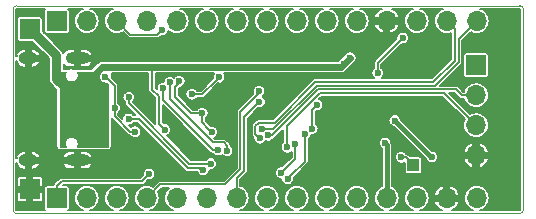
<source format=gbl>
G04 #@! TF.GenerationSoftware,KiCad,Pcbnew,5.0.1*
G04 #@! TF.CreationDate,2019-10-25T00:23:11+02:00*
G04 #@! TF.ProjectId,OtterPill,4F7474657250696C6C2E6B696361645F,rev?*
G04 #@! TF.SameCoordinates,Original*
G04 #@! TF.FileFunction,Copper,L2,Bot,Signal*
G04 #@! TF.FilePolarity,Positive*
%FSLAX46Y46*%
G04 Gerber Fmt 4.6, Leading zero omitted, Abs format (unit mm)*
G04 Created by KiCad (PCBNEW 5.0.1) date Fri 25 Oct 2019 12:23:11 AM CEST*
%MOMM*%
%LPD*%
G01*
G04 APERTURE LIST*
G04 #@! TA.AperFunction,NonConductor*
%ADD10C,0.050000*%
G04 #@! TD*
G04 #@! TA.AperFunction,ComponentPad*
%ADD11O,1.700000X1.700000*%
G04 #@! TD*
G04 #@! TA.AperFunction,ComponentPad*
%ADD12R,1.700000X1.700000*%
G04 #@! TD*
G04 #@! TA.AperFunction,SMDPad,CuDef*
%ADD13R,1.000000X1.000000*%
G04 #@! TD*
G04 #@! TA.AperFunction,ComponentPad*
%ADD14O,2.100000X1.000000*%
G04 #@! TD*
G04 #@! TA.AperFunction,ComponentPad*
%ADD15O,1.600000X1.000000*%
G04 #@! TD*
G04 #@! TA.AperFunction,ViaPad*
%ADD16C,0.600000*%
G04 #@! TD*
G04 #@! TA.AperFunction,Conductor*
%ADD17C,0.157000*%
G04 #@! TD*
G04 #@! TA.AperFunction,Conductor*
%ADD18C,0.400000*%
G04 #@! TD*
G04 #@! TA.AperFunction,Conductor*
%ADD19C,0.200000*%
G04 #@! TD*
G04 #@! TA.AperFunction,Conductor*
%ADD20C,0.600000*%
G04 #@! TD*
G04 #@! TA.AperFunction,Conductor*
%ADD21C,0.800000*%
G04 #@! TD*
G04 #@! TA.AperFunction,Conductor*
%ADD22C,0.100000*%
G04 #@! TD*
G04 APERTURE END LIST*
D10*
X63200000Y-37100000D02*
G75*
G02X62900000Y-37400000I-300000J0D01*
G01*
X62900000Y-19800000D02*
G75*
G02X63200000Y-20100000I0J-300000D01*
G01*
X20000000Y-20100000D02*
G75*
G02X20300000Y-19800000I300000J0D01*
G01*
X20300000Y-37400000D02*
G75*
G02X20000000Y-37100000I0J300000D01*
G01*
X20000000Y-37100000D02*
X20000000Y-20100000D01*
X62900000Y-37400000D02*
X20300000Y-37400000D01*
X63200000Y-20100000D02*
X63200000Y-37100000D01*
X20300000Y-19800000D02*
X62900000Y-19800000D01*
D11*
G04 #@! TO.P,J5,4*
G04 #@! TO.N,GND*
X59200000Y-32470000D03*
G04 #@! TO.P,J5,3*
G04 #@! TO.N,SWCLK*
X59200000Y-29930000D03*
G04 #@! TO.P,J5,2*
G04 #@! TO.N,SWDIO*
X59200000Y-27390000D03*
D12*
G04 #@! TO.P,J5,1*
G04 #@! TO.N,+3V3*
X59200000Y-24850000D03*
G04 #@! TD*
D13*
G04 #@! TO.P,J7,1*
G04 #@! TO.N,Net-(J7-Pad1)*
X53900000Y-33300000D03*
G04 #@! TD*
D12*
G04 #@! TO.P,J2,1*
G04 #@! TO.N,VIN*
X21420000Y-21780000D03*
G04 #@! TD*
G04 #@! TO.P,J6,1*
G04 #@! TO.N,GND*
X21420000Y-35340000D03*
G04 #@! TD*
D11*
G04 #@! TO.P,J3,15*
G04 #@! TO.N,315*
X59260000Y-21100000D03*
G04 #@! TO.P,J3,14*
G04 #@! TO.N,314*
X56720000Y-21100000D03*
G04 #@! TO.P,J3,13*
G04 #@! TO.N,313*
X54180000Y-21100000D03*
G04 #@! TO.P,J3,12*
G04 #@! TO.N,GND*
X51640000Y-21100000D03*
G04 #@! TO.P,J3,11*
G04 #@! TO.N,311*
X49100000Y-21100000D03*
G04 #@! TO.P,J3,10*
G04 #@! TO.N,310*
X46560000Y-21100000D03*
G04 #@! TO.P,J3,9*
G04 #@! TO.N,39*
X44020000Y-21100000D03*
G04 #@! TO.P,J3,8*
G04 #@! TO.N,38*
X41480000Y-21100000D03*
G04 #@! TO.P,J3,7*
G04 #@! TO.N,37*
X38940000Y-21100000D03*
G04 #@! TO.P,J3,6*
G04 #@! TO.N,36*
X36400000Y-21100000D03*
G04 #@! TO.P,J3,5*
G04 #@! TO.N,35*
X33860000Y-21100000D03*
G04 #@! TO.P,J3,4*
G04 #@! TO.N,INT_N*
X31320000Y-21100000D03*
G04 #@! TO.P,J3,3*
G04 #@! TO.N,33*
X28780000Y-21100000D03*
G04 #@! TO.P,J3,2*
G04 #@! TO.N,32*
X26240000Y-21100000D03*
D12*
G04 #@! TO.P,J3,1*
G04 #@! TO.N,31*
X23700000Y-21100000D03*
G04 #@! TD*
D11*
G04 #@! TO.P,J4,15*
G04 #@! TO.N,VIN*
X59260000Y-36100000D03*
G04 #@! TO.P,J4,14*
G04 #@! TO.N,GND*
X56720000Y-36100000D03*
G04 #@! TO.P,J4,13*
G04 #@! TO.N,413*
X54180000Y-36100000D03*
G04 #@! TO.P,J4,12*
G04 #@! TO.N,+3V3*
X51640000Y-36100000D03*
G04 #@! TO.P,J4,11*
G04 #@! TO.N,411*
X49100000Y-36100000D03*
G04 #@! TO.P,J4,10*
G04 #@! TO.N,410*
X46560000Y-36100000D03*
G04 #@! TO.P,J4,9*
G04 #@! TO.N,49*
X44020000Y-36100000D03*
G04 #@! TO.P,J4,8*
G04 #@! TO.N,48*
X41480000Y-36100000D03*
G04 #@! TO.P,J4,7*
G04 #@! TO.N,47*
X38940000Y-36100000D03*
G04 #@! TO.P,J4,6*
G04 #@! TO.N,46*
X36400000Y-36100000D03*
G04 #@! TO.P,J4,5*
G04 #@! TO.N,45*
X33860000Y-36100000D03*
G04 #@! TO.P,J4,4*
G04 #@! TO.N,44*
X31320000Y-36100000D03*
G04 #@! TO.P,J4,3*
G04 #@! TO.N,43*
X28780000Y-36100000D03*
G04 #@! TO.P,J4,2*
G04 #@! TO.N,+3V3*
X26240000Y-36100000D03*
D12*
G04 #@! TO.P,J4,1*
G04 #@! TO.N,41*
X23700000Y-36100000D03*
G04 #@! TD*
D14*
G04 #@! TO.P,J1,S1*
G04 #@! TO.N,GND*
X25454999Y-24250000D03*
X25454999Y-32890000D03*
D15*
X21274999Y-24250000D03*
X21274999Y-32890000D03*
G04 #@! TD*
D16*
G04 #@! TO.N,GND*
X50300000Y-36750000D03*
X52900000Y-36800000D03*
X47800000Y-36800000D03*
X39500000Y-22500000D03*
X42700000Y-25797010D03*
X31792990Y-28275000D03*
X25150000Y-35225510D03*
X42890000Y-27780000D03*
X44250000Y-26530000D03*
X48500000Y-28820000D03*
X48710000Y-31440000D03*
X58500000Y-23200000D03*
X48620000Y-27890000D03*
X49100000Y-28500000D03*
X51470000Y-29480000D03*
X53550000Y-29600000D03*
X52200000Y-30400000D03*
X55590000Y-29000000D03*
X57150000Y-29050000D03*
X55600000Y-30600000D03*
X43640000Y-25760000D03*
X36540000Y-23530000D03*
X37000000Y-28100000D03*
X32250000Y-31850000D03*
X29480000Y-31570000D03*
X30865510Y-32360000D03*
X41640000Y-27460000D03*
X41450000Y-26190000D03*
X42730000Y-22130000D03*
X40095772Y-33843328D03*
X30050000Y-36800000D03*
X39200000Y-27892990D03*
X30292456Y-25856973D03*
X37770000Y-24242990D03*
X30340000Y-24170000D03*
X49882999Y-24887575D03*
X49200000Y-24900000D03*
X49550000Y-25500000D03*
X61680000Y-20540000D03*
X62680000Y-20540000D03*
X61680000Y-21540000D03*
X62680000Y-21540000D03*
X61680000Y-22540000D03*
X62680000Y-22540000D03*
X61680000Y-23540000D03*
X62680000Y-23540000D03*
X61680000Y-24540000D03*
X62680000Y-24540000D03*
X61680000Y-25540000D03*
X62680000Y-25540000D03*
X61680000Y-26540000D03*
X62680000Y-26540000D03*
X61680000Y-27540000D03*
X62680000Y-27540000D03*
X61680000Y-28540000D03*
X62680000Y-28540000D03*
X61680000Y-29540000D03*
X62680000Y-29540000D03*
X61680000Y-30540000D03*
X62680000Y-30540000D03*
X61680000Y-31540000D03*
X62680000Y-31540000D03*
X61680000Y-32540000D03*
X62680000Y-32540000D03*
X61680000Y-33540000D03*
X62680000Y-33540000D03*
X61680000Y-34540000D03*
X62680000Y-34540000D03*
X61680000Y-35540000D03*
X62680000Y-35540000D03*
X61680000Y-36540000D03*
X62680000Y-36540000D03*
X47656337Y-33643663D03*
X48312533Y-32567179D03*
X45320000Y-35300000D03*
X32580000Y-23594000D03*
X34612000Y-23594000D03*
X47312000Y-22832000D03*
X48582000Y-22832000D03*
X47820000Y-23594000D03*
X40230000Y-36810000D03*
X42770000Y-36810000D03*
X32580000Y-36830000D03*
X27520000Y-36790000D03*
X55470000Y-36820000D03*
X57950000Y-36810000D03*
X60610000Y-36760000D03*
X55430000Y-20390000D03*
X52880000Y-20430000D03*
X50400000Y-20460000D03*
X47800000Y-20410000D03*
X45280000Y-20420000D03*
X42740000Y-20420000D03*
X40200000Y-20400000D03*
X37690000Y-20380000D03*
X35170000Y-20400000D03*
X27510000Y-20420000D03*
X25070000Y-20380000D03*
G04 #@! TO.N,Net-(C3-Pad1)*
X52980000Y-22550000D03*
X50870000Y-25530000D03*
G04 #@! TO.N,+3V3*
X28592990Y-28500000D03*
X51500030Y-31437000D03*
X30330000Y-30470000D03*
X27794282Y-25816292D03*
G04 #@! TO.N,SWCLK*
X43196790Y-31800901D03*
G04 #@! TO.N,SWDIO*
X41588375Y-30788003D03*
G04 #@! TO.N,INT_N*
X36014007Y-28902422D03*
X36830287Y-30510287D03*
X34070000Y-26200000D03*
G04 #@! TO.N,SDA*
X35118772Y-27302757D03*
X37449835Y-25864876D03*
G04 #@! TO.N,USB_P*
X29775000Y-29400000D03*
X36113167Y-33728021D03*
G04 #@! TO.N,USB_N*
X36718588Y-33171011D03*
X29800000Y-27575000D03*
G04 #@! TO.N,VIN*
X24500000Y-28800000D03*
X27700000Y-30900000D03*
X24500000Y-27900000D03*
X25150000Y-27200000D03*
X25150000Y-30357010D03*
X24770000Y-29600000D03*
X32840000Y-30290000D03*
X52315000Y-29530000D03*
X55450000Y-32620000D03*
X48000000Y-24750000D03*
X48550000Y-24200000D03*
X24300000Y-30450000D03*
X24460000Y-26810000D03*
G04 #@! TO.N,315*
X41050000Y-30250000D03*
G04 #@! TO.N,314*
X40873240Y-31036298D03*
G04 #@! TO.N,33*
X32620000Y-21830000D03*
G04 #@! TO.N,32*
X33269503Y-26301268D03*
X38114536Y-32091178D03*
G04 #@! TO.N,31*
X32700000Y-26800000D03*
X37360000Y-32030000D03*
G04 #@! TO.N,48*
X44711128Y-30646985D03*
X43238543Y-34479306D03*
G04 #@! TO.N,47*
X40858662Y-27948664D03*
G04 #@! TO.N,46*
X43887842Y-31491848D03*
X42708663Y-33938663D03*
G04 #@! TO.N,44*
X40831870Y-27058583D03*
G04 #@! TO.N,41*
X31520000Y-34060002D03*
G04 #@! TO.N,Net-(J7-Pad1)*
X45330000Y-30211021D03*
X45727511Y-28212050D03*
X52870000Y-32640000D03*
G04 #@! TD*
D17*
G04 #@! TO.N,Net-(C3-Pad1)*
X52980000Y-22550000D02*
X50870000Y-24660000D01*
X50870000Y-24660000D02*
X50870000Y-25530000D01*
D18*
G04 #@! TO.N,+3V3*
X51640000Y-31576970D02*
X51500030Y-31437000D01*
X51640000Y-36100000D02*
X51640000Y-31576970D01*
D17*
X28592990Y-29157254D02*
X29905736Y-30470000D01*
X29905736Y-30470000D02*
X30330000Y-30470000D01*
X28592990Y-28500000D02*
X28592990Y-29157254D01*
X28592990Y-26615000D02*
X28094281Y-26116291D01*
X28592990Y-28500000D02*
X28592990Y-26615000D01*
X28094281Y-26116291D02*
X27794282Y-25816292D01*
G04 #@! TO.N,SWCLK*
X45980201Y-27202033D02*
X43196790Y-29985444D01*
X56472033Y-27202033D02*
X45980201Y-27202033D01*
X59200000Y-29930000D02*
X56472033Y-27202033D01*
X43196790Y-31376637D02*
X43196790Y-31800901D01*
X43196790Y-29985444D02*
X43196790Y-31376637D01*
G04 #@! TO.N,SWDIO*
X57997919Y-27390000D02*
X57495941Y-26888022D01*
X59200000Y-27390000D02*
X57997919Y-27390000D01*
X57495941Y-26888022D02*
X45850134Y-26888022D01*
X45850134Y-26888022D02*
X41950153Y-30788003D01*
X41950153Y-30788003D02*
X41588375Y-30788003D01*
G04 #@! TO.N,INT_N*
X31400000Y-21180000D02*
X31320000Y-21100000D01*
X36014007Y-28902422D02*
X36014007Y-29694007D01*
X36530288Y-30210288D02*
X36830287Y-30510287D01*
X36014007Y-29694007D02*
X36530288Y-30210288D01*
X34070000Y-26320000D02*
X34070000Y-26200000D01*
X35996429Y-28920000D02*
X35080000Y-28920000D01*
X35080000Y-28920000D02*
X33700000Y-27540000D01*
X36014007Y-28902422D02*
X35996429Y-28920000D01*
X33700000Y-27540000D02*
X33700000Y-26690000D01*
X33700000Y-26690000D02*
X34070000Y-26320000D01*
G04 #@! TO.N,SDA*
X35118772Y-27302757D02*
X36011954Y-27302757D01*
X36011954Y-27302757D02*
X37149836Y-26164875D01*
X37149836Y-26164875D02*
X37449835Y-25864876D01*
D19*
G04 #@! TO.N,USB_P*
X35898021Y-33728021D02*
X36113167Y-33728021D01*
X35720000Y-33550000D02*
X35898021Y-33728021D01*
X34800000Y-33550000D02*
X35720000Y-33550000D01*
X29775000Y-29400000D02*
X30650000Y-29400000D01*
X30650000Y-29400000D02*
X34800000Y-33550000D01*
G04 #@! TO.N,USB_N*
X34925899Y-33171011D02*
X29800000Y-28045112D01*
X36718588Y-33171011D02*
X34925899Y-33171011D01*
X29800000Y-27999264D02*
X29800000Y-27575000D01*
X29800000Y-28045112D02*
X29800000Y-27999264D01*
G04 #@! TO.N,VIN*
X32840000Y-30290000D02*
X32350000Y-29800000D01*
X32350000Y-29800000D02*
X32350000Y-27490000D01*
X32350000Y-27490000D02*
X31790000Y-26930000D01*
X31790000Y-26930000D02*
X31790000Y-25100000D01*
D20*
X59260000Y-35527602D02*
X59260000Y-36100000D01*
D18*
X52315000Y-29530000D02*
X55405000Y-32620000D01*
X55405000Y-32620000D02*
X55450000Y-32620000D01*
D20*
X48550000Y-24200000D02*
X48000000Y-24750000D01*
X47750001Y-24999999D02*
X48000000Y-24750000D01*
X27540000Y-24999999D02*
X47750001Y-24999999D01*
X25707000Y-26055361D02*
X26484638Y-26055361D01*
X26484638Y-26055361D02*
X27540000Y-24999999D01*
D21*
X21420000Y-21780000D02*
X23650000Y-24010000D01*
X23650000Y-26000000D02*
X24460000Y-26810000D01*
X23650000Y-24010000D02*
X23650000Y-26000000D01*
D17*
G04 #@! TO.N,315*
X45720067Y-26574011D02*
X42044078Y-30250000D01*
X41474264Y-30250000D02*
X41050000Y-30250000D01*
X55720067Y-26574011D02*
X45720067Y-26574011D01*
X42044078Y-30250000D02*
X41474264Y-30250000D01*
X59260000Y-21100000D02*
X57714011Y-22645989D01*
X57714011Y-22645989D02*
X57714010Y-24580068D01*
X57714010Y-24580068D02*
X55720067Y-26574011D01*
G04 #@! TO.N,314*
X40573241Y-30736299D02*
X40873240Y-31036298D01*
X55590000Y-26260000D02*
X45590000Y-26260000D01*
X45590000Y-26260000D02*
X42135501Y-29714499D01*
X42135501Y-29714499D02*
X40792959Y-29714499D01*
X40792959Y-29714499D02*
X40514499Y-29992959D01*
X40514499Y-29992959D02*
X40514499Y-30677557D01*
X40514499Y-30677557D02*
X40573241Y-30736299D01*
X56720000Y-21100000D02*
X57400000Y-21780000D01*
X57400000Y-21780000D02*
X57400000Y-24450000D01*
X57400000Y-24450000D02*
X55590000Y-26260000D01*
G04 #@! TO.N,33*
X32320001Y-22129999D02*
X32620000Y-21830000D01*
X32200000Y-22250000D02*
X32320001Y-22129999D01*
X28780000Y-21100000D02*
X29930000Y-22250000D01*
X29930000Y-22250000D02*
X32200000Y-22250000D01*
G04 #@! TO.N,32*
X36930234Y-31374498D02*
X37822120Y-31374498D01*
X37822120Y-31374498D02*
X38114536Y-31666914D01*
X33269503Y-26301268D02*
X33269503Y-27713767D01*
X38114536Y-31666914D02*
X38114536Y-32091178D01*
X33269503Y-27713767D02*
X36930234Y-31374498D01*
G04 #@! TO.N,31*
X32700000Y-27794264D02*
X36935736Y-32030000D01*
X32700000Y-26800000D02*
X32700000Y-27794264D01*
X36935736Y-32030000D02*
X37360000Y-32030000D01*
G04 #@! TO.N,48*
X41480000Y-36100000D02*
X41552542Y-36100000D01*
X44711128Y-30646985D02*
X44711128Y-33006721D01*
X44711128Y-33006721D02*
X43538542Y-34179307D01*
X43538542Y-34179307D02*
X43238543Y-34479306D01*
G04 #@! TO.N,47*
X38940000Y-34404078D02*
X39564011Y-33780067D01*
X39564011Y-33780067D02*
X39564011Y-29243315D01*
X38940000Y-36100000D02*
X38940000Y-34404078D01*
X40558663Y-28248663D02*
X40858662Y-27948664D01*
X39564011Y-29243315D02*
X40558663Y-28248663D01*
G04 #@! TO.N,46*
X43887842Y-31491848D02*
X43887842Y-32759484D01*
X43008662Y-33638664D02*
X42708663Y-33938663D01*
X43887842Y-32759484D02*
X43008662Y-33638664D01*
G04 #@! TO.N,44*
X40831870Y-27218130D02*
X40831870Y-27058583D01*
X39250000Y-28800000D02*
X40831870Y-27218130D01*
X39250000Y-33650000D02*
X39250000Y-28800000D01*
X37960000Y-34940000D02*
X39250000Y-33650000D01*
X31320000Y-36100000D02*
X32480000Y-34940000D01*
X32480000Y-34940000D02*
X37960000Y-34940000D01*
G04 #@! TO.N,41*
X31524999Y-34065001D02*
X31520000Y-34060002D01*
X30900000Y-34690000D02*
X31524999Y-34065001D01*
X24103000Y-34690000D02*
X30900000Y-34690000D01*
X23700000Y-36100000D02*
X23700000Y-35093000D01*
X23700000Y-35093000D02*
X24103000Y-34690000D01*
G04 #@! TO.N,Net-(J7-Pad1)*
X45330000Y-28609561D02*
X45427512Y-28512049D01*
X45330000Y-30211021D02*
X45330000Y-28609561D01*
X45427512Y-28512049D02*
X45727511Y-28212050D01*
X53240000Y-32640000D02*
X53900000Y-33300000D01*
X52870000Y-32640000D02*
X53240000Y-32640000D01*
G04 #@! TD*
D22*
G04 #@! TO.N,VIN*
G36*
X24413444Y-25524821D02*
X24392999Y-25627603D01*
X24392999Y-25732397D01*
X24413444Y-25835179D01*
X24453547Y-25931996D01*
X24511768Y-26019130D01*
X24585869Y-26093231D01*
X24673003Y-26151452D01*
X24769820Y-26191555D01*
X24872602Y-26212000D01*
X24977396Y-26212000D01*
X25080178Y-26191555D01*
X25176995Y-26151452D01*
X25264129Y-26093231D01*
X25338230Y-26019130D01*
X25396451Y-25931996D01*
X25436554Y-25835179D01*
X25456999Y-25732397D01*
X25456999Y-25627603D01*
X25436554Y-25524821D01*
X25405562Y-25450000D01*
X27443568Y-25450000D01*
X27400470Y-25493098D01*
X27344985Y-25576138D01*
X27306766Y-25668406D01*
X27287282Y-25766357D01*
X27287282Y-25866227D01*
X27306766Y-25964178D01*
X27344985Y-26056446D01*
X27400470Y-26139486D01*
X27471088Y-26210104D01*
X27554128Y-26265589D01*
X27646396Y-26303808D01*
X27744347Y-26323292D01*
X27844217Y-26323292D01*
X27888680Y-26314448D01*
X27902317Y-26328085D01*
X27902322Y-26328089D01*
X28050000Y-26475767D01*
X28050000Y-31750000D01*
X25371058Y-31750000D01*
X25396451Y-31711996D01*
X25436554Y-31615179D01*
X25456999Y-31512397D01*
X25456999Y-31407603D01*
X25436554Y-31304821D01*
X25396451Y-31208004D01*
X25338230Y-31120870D01*
X25264129Y-31046769D01*
X25176995Y-30988548D01*
X25080178Y-30948445D01*
X24977396Y-30928000D01*
X24872602Y-30928000D01*
X24769820Y-30948445D01*
X24673003Y-30988548D01*
X24585869Y-31046769D01*
X24511768Y-31120870D01*
X24453547Y-31208004D01*
X24413444Y-31304821D01*
X24392999Y-31407603D01*
X24392999Y-31512397D01*
X24413444Y-31615179D01*
X24453547Y-31711996D01*
X24478940Y-31750000D01*
X23950000Y-31750000D01*
X23950000Y-25450000D01*
X24444436Y-25450000D01*
X24413444Y-25524821D01*
X24413444Y-25524821D01*
G37*
X24413444Y-25524821D02*
X24392999Y-25627603D01*
X24392999Y-25732397D01*
X24413444Y-25835179D01*
X24453547Y-25931996D01*
X24511768Y-26019130D01*
X24585869Y-26093231D01*
X24673003Y-26151452D01*
X24769820Y-26191555D01*
X24872602Y-26212000D01*
X24977396Y-26212000D01*
X25080178Y-26191555D01*
X25176995Y-26151452D01*
X25264129Y-26093231D01*
X25338230Y-26019130D01*
X25396451Y-25931996D01*
X25436554Y-25835179D01*
X25456999Y-25732397D01*
X25456999Y-25627603D01*
X25436554Y-25524821D01*
X25405562Y-25450000D01*
X27443568Y-25450000D01*
X27400470Y-25493098D01*
X27344985Y-25576138D01*
X27306766Y-25668406D01*
X27287282Y-25766357D01*
X27287282Y-25866227D01*
X27306766Y-25964178D01*
X27344985Y-26056446D01*
X27400470Y-26139486D01*
X27471088Y-26210104D01*
X27554128Y-26265589D01*
X27646396Y-26303808D01*
X27744347Y-26323292D01*
X27844217Y-26323292D01*
X27888680Y-26314448D01*
X27902317Y-26328085D01*
X27902322Y-26328089D01*
X28050000Y-26475767D01*
X28050000Y-31750000D01*
X25371058Y-31750000D01*
X25396451Y-31711996D01*
X25436554Y-31615179D01*
X25456999Y-31512397D01*
X25456999Y-31407603D01*
X25436554Y-31304821D01*
X25396451Y-31208004D01*
X25338230Y-31120870D01*
X25264129Y-31046769D01*
X25176995Y-30988548D01*
X25080178Y-30948445D01*
X24977396Y-30928000D01*
X24872602Y-30928000D01*
X24769820Y-30948445D01*
X24673003Y-30988548D01*
X24585869Y-31046769D01*
X24511768Y-31120870D01*
X24453547Y-31208004D01*
X24413444Y-31304821D01*
X24392999Y-31407603D01*
X24392999Y-31512397D01*
X24413444Y-31615179D01*
X24453547Y-31711996D01*
X24478940Y-31750000D01*
X23950000Y-31750000D01*
X23950000Y-25450000D01*
X24444436Y-25450000D01*
X24413444Y-25524821D01*
D17*
G04 #@! TO.N,GND*
G36*
X22682671Y-20082671D02*
X22653242Y-20118530D01*
X22631374Y-20159442D01*
X22617908Y-20203834D01*
X22613361Y-20250000D01*
X22613361Y-21950000D01*
X22617908Y-21996166D01*
X22631374Y-22040558D01*
X22653242Y-22081470D01*
X22682671Y-22117329D01*
X22718530Y-22146758D01*
X22759442Y-22168626D01*
X22803834Y-22182092D01*
X22850000Y-22186639D01*
X24550000Y-22186639D01*
X24596166Y-22182092D01*
X24640558Y-22168626D01*
X24681470Y-22146758D01*
X24717329Y-22117329D01*
X24746758Y-22081470D01*
X24768626Y-22040558D01*
X24782092Y-21996166D01*
X24786639Y-21950000D01*
X24786639Y-20250000D01*
X24782092Y-20203834D01*
X24768626Y-20159442D01*
X24746758Y-20118530D01*
X24717329Y-20082671D01*
X24690314Y-20060500D01*
X25927340Y-20060500D01*
X25822587Y-20092277D01*
X25634011Y-20193073D01*
X25468722Y-20328722D01*
X25333073Y-20494011D01*
X25232277Y-20682587D01*
X25170206Y-20887205D01*
X25149248Y-21100000D01*
X25170206Y-21312795D01*
X25232277Y-21517413D01*
X25333073Y-21705989D01*
X25468722Y-21871278D01*
X25634011Y-22006927D01*
X25822587Y-22107723D01*
X26027205Y-22169794D01*
X26186674Y-22185500D01*
X26293326Y-22185500D01*
X26452795Y-22169794D01*
X26657413Y-22107723D01*
X26845989Y-22006927D01*
X27011278Y-21871278D01*
X27146927Y-21705989D01*
X27247723Y-21517413D01*
X27309794Y-21312795D01*
X27330752Y-21100000D01*
X27309794Y-20887205D01*
X27247723Y-20682587D01*
X27146927Y-20494011D01*
X27011278Y-20328722D01*
X26845989Y-20193073D01*
X26657413Y-20092277D01*
X26552660Y-20060500D01*
X28467340Y-20060500D01*
X28362587Y-20092277D01*
X28174011Y-20193073D01*
X28008722Y-20328722D01*
X27873073Y-20494011D01*
X27772277Y-20682587D01*
X27710206Y-20887205D01*
X27689248Y-21100000D01*
X27710206Y-21312795D01*
X27772277Y-21517413D01*
X27873073Y-21705989D01*
X28008722Y-21871278D01*
X28174011Y-22006927D01*
X28362587Y-22107723D01*
X28567205Y-22169794D01*
X28726674Y-22185500D01*
X28833326Y-22185500D01*
X28992795Y-22169794D01*
X29197413Y-22107723D01*
X29292718Y-22056781D01*
X29697060Y-22461123D01*
X29706894Y-22473106D01*
X29754707Y-22512344D01*
X29809256Y-22541502D01*
X29868445Y-22559456D01*
X29930000Y-22565519D01*
X29945421Y-22564000D01*
X32184579Y-22564000D01*
X32200000Y-22565519D01*
X32215421Y-22564000D01*
X32215422Y-22564000D01*
X32261555Y-22559456D01*
X32320744Y-22541502D01*
X32375293Y-22512344D01*
X32423106Y-22473106D01*
X32432944Y-22461118D01*
X32534982Y-22359080D01*
X32567258Y-22365500D01*
X32672742Y-22365500D01*
X32776200Y-22344921D01*
X32873654Y-22304554D01*
X32961361Y-22245950D01*
X33035950Y-22171361D01*
X33094554Y-22083654D01*
X33134921Y-21986200D01*
X33148089Y-21919999D01*
X33254011Y-22006927D01*
X33442587Y-22107723D01*
X33647205Y-22169794D01*
X33806674Y-22185500D01*
X33913326Y-22185500D01*
X34072795Y-22169794D01*
X34277413Y-22107723D01*
X34465989Y-22006927D01*
X34631278Y-21871278D01*
X34766927Y-21705989D01*
X34867723Y-21517413D01*
X34929794Y-21312795D01*
X34950752Y-21100000D01*
X34929794Y-20887205D01*
X34867723Y-20682587D01*
X34766927Y-20494011D01*
X34631278Y-20328722D01*
X34465989Y-20193073D01*
X34277413Y-20092277D01*
X34172660Y-20060500D01*
X36087340Y-20060500D01*
X35982587Y-20092277D01*
X35794011Y-20193073D01*
X35628722Y-20328722D01*
X35493073Y-20494011D01*
X35392277Y-20682587D01*
X35330206Y-20887205D01*
X35309248Y-21100000D01*
X35330206Y-21312795D01*
X35392277Y-21517413D01*
X35493073Y-21705989D01*
X35628722Y-21871278D01*
X35794011Y-22006927D01*
X35982587Y-22107723D01*
X36187205Y-22169794D01*
X36346674Y-22185500D01*
X36453326Y-22185500D01*
X36612795Y-22169794D01*
X36817413Y-22107723D01*
X37005989Y-22006927D01*
X37171278Y-21871278D01*
X37306927Y-21705989D01*
X37407723Y-21517413D01*
X37469794Y-21312795D01*
X37490752Y-21100000D01*
X37469794Y-20887205D01*
X37407723Y-20682587D01*
X37306927Y-20494011D01*
X37171278Y-20328722D01*
X37005989Y-20193073D01*
X36817413Y-20092277D01*
X36712660Y-20060500D01*
X38627340Y-20060500D01*
X38522587Y-20092277D01*
X38334011Y-20193073D01*
X38168722Y-20328722D01*
X38033073Y-20494011D01*
X37932277Y-20682587D01*
X37870206Y-20887205D01*
X37849248Y-21100000D01*
X37870206Y-21312795D01*
X37932277Y-21517413D01*
X38033073Y-21705989D01*
X38168722Y-21871278D01*
X38334011Y-22006927D01*
X38522587Y-22107723D01*
X38727205Y-22169794D01*
X38886674Y-22185500D01*
X38993326Y-22185500D01*
X39152795Y-22169794D01*
X39357413Y-22107723D01*
X39545989Y-22006927D01*
X39711278Y-21871278D01*
X39846927Y-21705989D01*
X39947723Y-21517413D01*
X40009794Y-21312795D01*
X40030752Y-21100000D01*
X40009794Y-20887205D01*
X39947723Y-20682587D01*
X39846927Y-20494011D01*
X39711278Y-20328722D01*
X39545989Y-20193073D01*
X39357413Y-20092277D01*
X39252660Y-20060500D01*
X41167340Y-20060500D01*
X41062587Y-20092277D01*
X40874011Y-20193073D01*
X40708722Y-20328722D01*
X40573073Y-20494011D01*
X40472277Y-20682587D01*
X40410206Y-20887205D01*
X40389248Y-21100000D01*
X40410206Y-21312795D01*
X40472277Y-21517413D01*
X40573073Y-21705989D01*
X40708722Y-21871278D01*
X40874011Y-22006927D01*
X41062587Y-22107723D01*
X41267205Y-22169794D01*
X41426674Y-22185500D01*
X41533326Y-22185500D01*
X41692795Y-22169794D01*
X41897413Y-22107723D01*
X42085989Y-22006927D01*
X42251278Y-21871278D01*
X42386927Y-21705989D01*
X42487723Y-21517413D01*
X42549794Y-21312795D01*
X42570752Y-21100000D01*
X42549794Y-20887205D01*
X42487723Y-20682587D01*
X42386927Y-20494011D01*
X42251278Y-20328722D01*
X42085989Y-20193073D01*
X41897413Y-20092277D01*
X41792660Y-20060500D01*
X43707340Y-20060500D01*
X43602587Y-20092277D01*
X43414011Y-20193073D01*
X43248722Y-20328722D01*
X43113073Y-20494011D01*
X43012277Y-20682587D01*
X42950206Y-20887205D01*
X42929248Y-21100000D01*
X42950206Y-21312795D01*
X43012277Y-21517413D01*
X43113073Y-21705989D01*
X43248722Y-21871278D01*
X43414011Y-22006927D01*
X43602587Y-22107723D01*
X43807205Y-22169794D01*
X43966674Y-22185500D01*
X44073326Y-22185500D01*
X44232795Y-22169794D01*
X44437413Y-22107723D01*
X44625989Y-22006927D01*
X44791278Y-21871278D01*
X44926927Y-21705989D01*
X45027723Y-21517413D01*
X45089794Y-21312795D01*
X45110752Y-21100000D01*
X45089794Y-20887205D01*
X45027723Y-20682587D01*
X44926927Y-20494011D01*
X44791278Y-20328722D01*
X44625989Y-20193073D01*
X44437413Y-20092277D01*
X44332660Y-20060500D01*
X46247340Y-20060500D01*
X46142587Y-20092277D01*
X45954011Y-20193073D01*
X45788722Y-20328722D01*
X45653073Y-20494011D01*
X45552277Y-20682587D01*
X45490206Y-20887205D01*
X45469248Y-21100000D01*
X45490206Y-21312795D01*
X45552277Y-21517413D01*
X45653073Y-21705989D01*
X45788722Y-21871278D01*
X45954011Y-22006927D01*
X46142587Y-22107723D01*
X46347205Y-22169794D01*
X46506674Y-22185500D01*
X46613326Y-22185500D01*
X46772795Y-22169794D01*
X46977413Y-22107723D01*
X47165989Y-22006927D01*
X47331278Y-21871278D01*
X47466927Y-21705989D01*
X47567723Y-21517413D01*
X47629794Y-21312795D01*
X47650752Y-21100000D01*
X47629794Y-20887205D01*
X47567723Y-20682587D01*
X47466927Y-20494011D01*
X47331278Y-20328722D01*
X47165989Y-20193073D01*
X46977413Y-20092277D01*
X46872660Y-20060500D01*
X48787340Y-20060500D01*
X48682587Y-20092277D01*
X48494011Y-20193073D01*
X48328722Y-20328722D01*
X48193073Y-20494011D01*
X48092277Y-20682587D01*
X48030206Y-20887205D01*
X48009248Y-21100000D01*
X48030206Y-21312795D01*
X48092277Y-21517413D01*
X48193073Y-21705989D01*
X48328722Y-21871278D01*
X48494011Y-22006927D01*
X48682587Y-22107723D01*
X48887205Y-22169794D01*
X49046674Y-22185500D01*
X49153326Y-22185500D01*
X49312795Y-22169794D01*
X49517413Y-22107723D01*
X49705989Y-22006927D01*
X49871278Y-21871278D01*
X50006927Y-21705989D01*
X50107723Y-21517413D01*
X50115469Y-21491877D01*
X50581714Y-21491877D01*
X50678500Y-21690809D01*
X50812236Y-21867036D01*
X50977783Y-22013786D01*
X51168778Y-22125420D01*
X51248125Y-22158275D01*
X51418500Y-22135449D01*
X51418500Y-21321500D01*
X51861500Y-21321500D01*
X51861500Y-22135449D01*
X52031875Y-22158275D01*
X52111222Y-22125420D01*
X52302217Y-22013786D01*
X52467764Y-21867036D01*
X52601500Y-21690809D01*
X52698286Y-21491877D01*
X52676935Y-21321500D01*
X51861500Y-21321500D01*
X51418500Y-21321500D01*
X50603065Y-21321500D01*
X50581714Y-21491877D01*
X50115469Y-21491877D01*
X50169794Y-21312795D01*
X50190752Y-21100000D01*
X50169794Y-20887205D01*
X50107723Y-20682587D01*
X50006927Y-20494011D01*
X49871278Y-20328722D01*
X49705989Y-20193073D01*
X49517413Y-20092277D01*
X49412660Y-20060500D01*
X51202782Y-20060500D01*
X51168778Y-20074580D01*
X50977783Y-20186214D01*
X50812236Y-20332964D01*
X50678500Y-20509191D01*
X50581714Y-20708123D01*
X50603065Y-20878500D01*
X51418500Y-20878500D01*
X51418500Y-20858500D01*
X51861500Y-20858500D01*
X51861500Y-20878500D01*
X52676935Y-20878500D01*
X52698286Y-20708123D01*
X52601500Y-20509191D01*
X52467764Y-20332964D01*
X52302217Y-20186214D01*
X52111222Y-20074580D01*
X52077218Y-20060500D01*
X53867340Y-20060500D01*
X53762587Y-20092277D01*
X53574011Y-20193073D01*
X53408722Y-20328722D01*
X53273073Y-20494011D01*
X53172277Y-20682587D01*
X53110206Y-20887205D01*
X53089248Y-21100000D01*
X53110206Y-21312795D01*
X53172277Y-21517413D01*
X53273073Y-21705989D01*
X53408722Y-21871278D01*
X53574011Y-22006927D01*
X53762587Y-22107723D01*
X53967205Y-22169794D01*
X54126674Y-22185500D01*
X54233326Y-22185500D01*
X54392795Y-22169794D01*
X54597413Y-22107723D01*
X54785989Y-22006927D01*
X54951278Y-21871278D01*
X55086927Y-21705989D01*
X55187723Y-21517413D01*
X55249794Y-21312795D01*
X55270752Y-21100000D01*
X55249794Y-20887205D01*
X55187723Y-20682587D01*
X55086927Y-20494011D01*
X54951278Y-20328722D01*
X54785989Y-20193073D01*
X54597413Y-20092277D01*
X54492660Y-20060500D01*
X56407340Y-20060500D01*
X56302587Y-20092277D01*
X56114011Y-20193073D01*
X55948722Y-20328722D01*
X55813073Y-20494011D01*
X55712277Y-20682587D01*
X55650206Y-20887205D01*
X55629248Y-21100000D01*
X55650206Y-21312795D01*
X55712277Y-21517413D01*
X55813073Y-21705989D01*
X55948722Y-21871278D01*
X56114011Y-22006927D01*
X56302587Y-22107723D01*
X56507205Y-22169794D01*
X56666674Y-22185500D01*
X56773326Y-22185500D01*
X56932795Y-22169794D01*
X57086000Y-22123319D01*
X57086001Y-24319936D01*
X55459938Y-25946000D01*
X51211286Y-25946000D01*
X51211361Y-25945950D01*
X51285950Y-25871361D01*
X51344554Y-25783654D01*
X51384921Y-25686200D01*
X51405500Y-25582742D01*
X51405500Y-25477258D01*
X51384921Y-25373800D01*
X51344554Y-25276346D01*
X51285950Y-25188639D01*
X51211361Y-25114050D01*
X51184000Y-25095768D01*
X51184000Y-24790062D01*
X52894983Y-23079080D01*
X52927258Y-23085500D01*
X53032742Y-23085500D01*
X53136200Y-23064921D01*
X53233654Y-23024554D01*
X53321361Y-22965950D01*
X53395950Y-22891361D01*
X53454554Y-22803654D01*
X53494921Y-22706200D01*
X53515500Y-22602742D01*
X53515500Y-22497258D01*
X53494921Y-22393800D01*
X53454554Y-22296346D01*
X53395950Y-22208639D01*
X53321361Y-22134050D01*
X53233654Y-22075446D01*
X53136200Y-22035079D01*
X53032742Y-22014500D01*
X52927258Y-22014500D01*
X52823800Y-22035079D01*
X52726346Y-22075446D01*
X52638639Y-22134050D01*
X52564050Y-22208639D01*
X52505446Y-22296346D01*
X52465079Y-22393800D01*
X52444500Y-22497258D01*
X52444500Y-22602742D01*
X52450920Y-22635017D01*
X50658882Y-24427056D01*
X50646894Y-24436894D01*
X50607656Y-24484708D01*
X50578498Y-24539257D01*
X50564464Y-24585524D01*
X50560544Y-24598446D01*
X50554481Y-24660000D01*
X50556000Y-24675422D01*
X50556001Y-25095768D01*
X50528639Y-25114050D01*
X50454050Y-25188639D01*
X50395446Y-25276346D01*
X50355079Y-25373800D01*
X50334500Y-25477258D01*
X50334500Y-25582742D01*
X50355079Y-25686200D01*
X50395446Y-25783654D01*
X50454050Y-25871361D01*
X50528639Y-25945950D01*
X50528714Y-25946000D01*
X45605418Y-25946000D01*
X45589999Y-25944481D01*
X45574580Y-25946000D01*
X45574578Y-25946000D01*
X45528445Y-25950544D01*
X45469256Y-25968498D01*
X45414707Y-25997656D01*
X45366894Y-26036894D01*
X45357063Y-26048874D01*
X42005439Y-29400499D01*
X40808380Y-29400499D01*
X40792959Y-29398980D01*
X40731404Y-29405043D01*
X40672214Y-29422997D01*
X40631749Y-29444627D01*
X40617666Y-29452155D01*
X40569853Y-29491393D01*
X40560022Y-29503373D01*
X40303381Y-29760015D01*
X40291393Y-29769853D01*
X40252155Y-29817667D01*
X40222997Y-29872216D01*
X40205769Y-29929011D01*
X40205043Y-29931405D01*
X40198980Y-29992959D01*
X40200499Y-30008381D01*
X40200500Y-30662126D01*
X40198980Y-30677557D01*
X40205043Y-30739111D01*
X40222998Y-30798301D01*
X40250396Y-30849557D01*
X40252156Y-30852850D01*
X40291394Y-30900663D01*
X40303377Y-30910497D01*
X40344160Y-30951280D01*
X40337740Y-30983556D01*
X40337740Y-31089040D01*
X40358319Y-31192498D01*
X40398686Y-31289952D01*
X40457290Y-31377659D01*
X40531879Y-31452248D01*
X40619586Y-31510852D01*
X40717040Y-31551219D01*
X40820498Y-31571798D01*
X40925982Y-31571798D01*
X41029440Y-31551219D01*
X41126894Y-31510852D01*
X41214601Y-31452248D01*
X41289190Y-31377659D01*
X41347794Y-31289952D01*
X41355565Y-31271191D01*
X41432175Y-31302924D01*
X41535633Y-31323503D01*
X41641117Y-31323503D01*
X41744575Y-31302924D01*
X41842029Y-31262557D01*
X41929736Y-31203953D01*
X42004325Y-31129364D01*
X42029186Y-31092157D01*
X42070897Y-31079505D01*
X42125446Y-31050347D01*
X42173259Y-31011109D01*
X42183097Y-30999121D01*
X42882790Y-30299428D01*
X42882791Y-31361206D01*
X42882790Y-31361216D01*
X42882790Y-31366669D01*
X42855429Y-31384951D01*
X42780840Y-31459540D01*
X42722236Y-31547247D01*
X42681869Y-31644701D01*
X42661290Y-31748159D01*
X42661290Y-31853643D01*
X42681869Y-31957101D01*
X42722236Y-32054555D01*
X42780840Y-32142262D01*
X42855429Y-32216851D01*
X42943136Y-32275455D01*
X43040590Y-32315822D01*
X43144048Y-32336401D01*
X43249532Y-32336401D01*
X43352990Y-32315822D01*
X43450444Y-32275455D01*
X43538151Y-32216851D01*
X43573843Y-32181159D01*
X43573843Y-32629420D01*
X42797540Y-33405724D01*
X42797535Y-33405728D01*
X42793680Y-33409583D01*
X42761405Y-33403163D01*
X42655921Y-33403163D01*
X42552463Y-33423742D01*
X42455009Y-33464109D01*
X42367302Y-33522713D01*
X42292713Y-33597302D01*
X42234109Y-33685009D01*
X42193742Y-33782463D01*
X42173163Y-33885921D01*
X42173163Y-33991405D01*
X42193742Y-34094863D01*
X42234109Y-34192317D01*
X42292713Y-34280024D01*
X42367302Y-34354613D01*
X42455009Y-34413217D01*
X42552463Y-34453584D01*
X42655921Y-34474163D01*
X42703043Y-34474163D01*
X42703043Y-34532048D01*
X42723622Y-34635506D01*
X42763989Y-34732960D01*
X42822593Y-34820667D01*
X42897182Y-34895256D01*
X42984889Y-34953860D01*
X43082343Y-34994227D01*
X43185801Y-35014806D01*
X43291285Y-35014806D01*
X43394743Y-34994227D01*
X43492197Y-34953860D01*
X43579904Y-34895256D01*
X43654493Y-34820667D01*
X43713097Y-34732960D01*
X43753464Y-34635506D01*
X43774043Y-34532048D01*
X43774043Y-34426564D01*
X43767623Y-34394289D01*
X43771478Y-34390434D01*
X43771482Y-34390429D01*
X44922251Y-33239661D01*
X44934234Y-33229827D01*
X44973472Y-33182014D01*
X45002630Y-33127465D01*
X45020584Y-33068276D01*
X45025128Y-33022143D01*
X45026647Y-33006722D01*
X45025128Y-32991300D01*
X45025128Y-31081217D01*
X45052489Y-31062935D01*
X45127078Y-30988346D01*
X45185682Y-30900639D01*
X45226049Y-30803185D01*
X45238840Y-30738879D01*
X45277258Y-30746521D01*
X45382742Y-30746521D01*
X45486200Y-30725942D01*
X45583654Y-30685575D01*
X45671361Y-30626971D01*
X45745950Y-30552382D01*
X45804554Y-30464675D01*
X45844921Y-30367221D01*
X45865500Y-30263763D01*
X45865500Y-30158279D01*
X45844921Y-30054821D01*
X45804554Y-29957367D01*
X45745950Y-29869660D01*
X45671361Y-29795071D01*
X45644000Y-29776789D01*
X45644000Y-29477258D01*
X51779500Y-29477258D01*
X51779500Y-29582742D01*
X51800079Y-29686200D01*
X51840446Y-29783654D01*
X51899050Y-29871361D01*
X51973639Y-29945950D01*
X52061346Y-30004554D01*
X52158800Y-30044921D01*
X52227746Y-30058635D01*
X54932539Y-32763429D01*
X54935079Y-32776200D01*
X54975446Y-32873654D01*
X55034050Y-32961361D01*
X55108639Y-33035950D01*
X55196346Y-33094554D01*
X55293800Y-33134921D01*
X55397258Y-33155500D01*
X55502742Y-33155500D01*
X55606200Y-33134921D01*
X55703654Y-33094554D01*
X55791361Y-33035950D01*
X55865950Y-32961361D01*
X55924554Y-32873654D01*
X55929433Y-32861875D01*
X58141725Y-32861875D01*
X58174580Y-32941222D01*
X58286214Y-33132217D01*
X58432964Y-33297764D01*
X58609191Y-33431500D01*
X58808123Y-33528286D01*
X58978500Y-33506935D01*
X58978500Y-32691500D01*
X59421500Y-32691500D01*
X59421500Y-33506935D01*
X59591877Y-33528286D01*
X59790809Y-33431500D01*
X59967036Y-33297764D01*
X60113786Y-33132217D01*
X60225420Y-32941222D01*
X60258275Y-32861875D01*
X60235449Y-32691500D01*
X59421500Y-32691500D01*
X58978500Y-32691500D01*
X58164551Y-32691500D01*
X58141725Y-32861875D01*
X55929433Y-32861875D01*
X55964921Y-32776200D01*
X55985500Y-32672742D01*
X55985500Y-32567258D01*
X55964921Y-32463800D01*
X55924554Y-32366346D01*
X55865950Y-32278639D01*
X55791361Y-32204050D01*
X55703654Y-32145446D01*
X55606200Y-32105079D01*
X55502742Y-32084500D01*
X55485390Y-32084500D01*
X55479015Y-32078125D01*
X58141725Y-32078125D01*
X58164551Y-32248500D01*
X58978500Y-32248500D01*
X58978500Y-31433065D01*
X59421500Y-31433065D01*
X59421500Y-32248500D01*
X60235449Y-32248500D01*
X60258275Y-32078125D01*
X60225420Y-31998778D01*
X60113786Y-31807783D01*
X59967036Y-31642236D01*
X59790809Y-31508500D01*
X59591877Y-31411714D01*
X59421500Y-31433065D01*
X58978500Y-31433065D01*
X58808123Y-31411714D01*
X58609191Y-31508500D01*
X58432964Y-31642236D01*
X58286214Y-31807783D01*
X58174580Y-31998778D01*
X58141725Y-32078125D01*
X55479015Y-32078125D01*
X52843635Y-29442746D01*
X52829921Y-29373800D01*
X52789554Y-29276346D01*
X52730950Y-29188639D01*
X52656361Y-29114050D01*
X52568654Y-29055446D01*
X52471200Y-29015079D01*
X52367742Y-28994500D01*
X52262258Y-28994500D01*
X52158800Y-29015079D01*
X52061346Y-29055446D01*
X51973639Y-29114050D01*
X51899050Y-29188639D01*
X51840446Y-29276346D01*
X51800079Y-29373800D01*
X51779500Y-29477258D01*
X45644000Y-29477258D01*
X45644000Y-28741430D01*
X45674769Y-28747550D01*
X45780253Y-28747550D01*
X45883711Y-28726971D01*
X45981165Y-28686604D01*
X46068872Y-28628000D01*
X46143461Y-28553411D01*
X46202065Y-28465704D01*
X46242432Y-28368250D01*
X46263011Y-28264792D01*
X46263011Y-28159308D01*
X46242432Y-28055850D01*
X46202065Y-27958396D01*
X46143461Y-27870689D01*
X46068872Y-27796100D01*
X45981165Y-27737496D01*
X45915854Y-27710443D01*
X46110264Y-27516033D01*
X56341971Y-27516033D01*
X58243219Y-29417282D01*
X58192277Y-29512587D01*
X58130206Y-29717205D01*
X58109248Y-29930000D01*
X58130206Y-30142795D01*
X58192277Y-30347413D01*
X58293073Y-30535989D01*
X58428722Y-30701278D01*
X58594011Y-30836927D01*
X58782587Y-30937723D01*
X58987205Y-30999794D01*
X59146674Y-31015500D01*
X59253326Y-31015500D01*
X59412795Y-30999794D01*
X59617413Y-30937723D01*
X59805989Y-30836927D01*
X59971278Y-30701278D01*
X60106927Y-30535989D01*
X60207723Y-30347413D01*
X60269794Y-30142795D01*
X60290752Y-29930000D01*
X60269794Y-29717205D01*
X60207723Y-29512587D01*
X60106927Y-29324011D01*
X59971278Y-29158722D01*
X59805989Y-29023073D01*
X59617413Y-28922277D01*
X59412795Y-28860206D01*
X59253326Y-28844500D01*
X59146674Y-28844500D01*
X58987205Y-28860206D01*
X58782587Y-28922277D01*
X58687282Y-28973219D01*
X56916084Y-27202022D01*
X57365879Y-27202022D01*
X57764979Y-27601123D01*
X57774813Y-27613106D01*
X57822626Y-27652344D01*
X57877175Y-27681502D01*
X57921707Y-27695010D01*
X57936364Y-27699456D01*
X57997918Y-27705519D01*
X58013340Y-27704000D01*
X58160907Y-27704000D01*
X58192277Y-27807413D01*
X58293073Y-27995989D01*
X58428722Y-28161278D01*
X58594011Y-28296927D01*
X58782587Y-28397723D01*
X58987205Y-28459794D01*
X59146674Y-28475500D01*
X59253326Y-28475500D01*
X59412795Y-28459794D01*
X59617413Y-28397723D01*
X59805989Y-28296927D01*
X59971278Y-28161278D01*
X60106927Y-27995989D01*
X60207723Y-27807413D01*
X60269794Y-27602795D01*
X60290752Y-27390000D01*
X60269794Y-27177205D01*
X60207723Y-26972587D01*
X60106927Y-26784011D01*
X59971278Y-26618722D01*
X59805989Y-26483073D01*
X59617413Y-26382277D01*
X59412795Y-26320206D01*
X59253326Y-26304500D01*
X59146674Y-26304500D01*
X58987205Y-26320206D01*
X58782587Y-26382277D01*
X58594011Y-26483073D01*
X58428722Y-26618722D01*
X58293073Y-26784011D01*
X58192277Y-26972587D01*
X58160907Y-27076000D01*
X58127982Y-27076000D01*
X57728885Y-26676904D01*
X57719047Y-26664916D01*
X57671234Y-26625678D01*
X57616685Y-26596520D01*
X57557496Y-26578566D01*
X57511363Y-26574022D01*
X57511362Y-26574022D01*
X57495941Y-26572503D01*
X57480520Y-26574022D01*
X56164118Y-26574022D01*
X57925138Y-24813003D01*
X57937115Y-24803174D01*
X57946946Y-24791195D01*
X57976354Y-24755361D01*
X58005511Y-24700813D01*
X58023465Y-24641623D01*
X58029529Y-24580069D01*
X58028009Y-24564640D01*
X58028009Y-24000000D01*
X58113361Y-24000000D01*
X58113361Y-25700000D01*
X58117908Y-25746166D01*
X58131374Y-25790558D01*
X58153242Y-25831470D01*
X58182671Y-25867329D01*
X58218530Y-25896758D01*
X58259442Y-25918626D01*
X58303834Y-25932092D01*
X58350000Y-25936639D01*
X60050000Y-25936639D01*
X60096166Y-25932092D01*
X60140558Y-25918626D01*
X60181470Y-25896758D01*
X60217329Y-25867329D01*
X60246758Y-25831470D01*
X60268626Y-25790558D01*
X60282092Y-25746166D01*
X60286639Y-25700000D01*
X60286639Y-24000000D01*
X60282092Y-23953834D01*
X60268626Y-23909442D01*
X60246758Y-23868530D01*
X60217329Y-23832671D01*
X60181470Y-23803242D01*
X60140558Y-23781374D01*
X60096166Y-23767908D01*
X60050000Y-23763361D01*
X58350000Y-23763361D01*
X58303834Y-23767908D01*
X58259442Y-23781374D01*
X58218530Y-23803242D01*
X58182671Y-23832671D01*
X58153242Y-23868530D01*
X58131374Y-23909442D01*
X58117908Y-23953834D01*
X58113361Y-24000000D01*
X58028009Y-24000000D01*
X58028011Y-22776051D01*
X58747281Y-22056781D01*
X58842587Y-22107723D01*
X59047205Y-22169794D01*
X59206674Y-22185500D01*
X59313326Y-22185500D01*
X59472795Y-22169794D01*
X59677413Y-22107723D01*
X59865989Y-22006927D01*
X60031278Y-21871278D01*
X60166927Y-21705989D01*
X60267723Y-21517413D01*
X60329794Y-21312795D01*
X60350752Y-21100000D01*
X60329794Y-20887205D01*
X60267723Y-20682587D01*
X60166927Y-20494011D01*
X60031278Y-20328722D01*
X59865989Y-20193073D01*
X59677413Y-20092277D01*
X59572660Y-20060500D01*
X62887260Y-20060500D01*
X62907432Y-20062478D01*
X62914573Y-20064634D01*
X62921165Y-20068139D01*
X62926955Y-20072861D01*
X62931710Y-20078608D01*
X62935262Y-20085179D01*
X62937470Y-20092311D01*
X62939500Y-20111624D01*
X62939501Y-37087250D01*
X62937522Y-37107432D01*
X62935366Y-37114575D01*
X62931862Y-37121163D01*
X62927140Y-37126954D01*
X62921389Y-37131711D01*
X62914821Y-37135263D01*
X62907690Y-37137470D01*
X62888376Y-37139500D01*
X59572660Y-37139500D01*
X59677413Y-37107723D01*
X59865989Y-37006927D01*
X60031278Y-36871278D01*
X60166927Y-36705989D01*
X60267723Y-36517413D01*
X60329794Y-36312795D01*
X60350752Y-36100000D01*
X60329794Y-35887205D01*
X60267723Y-35682587D01*
X60166927Y-35494011D01*
X60031278Y-35328722D01*
X59865989Y-35193073D01*
X59677413Y-35092277D01*
X59472795Y-35030206D01*
X59461318Y-35029076D01*
X59364975Y-34999850D01*
X59260000Y-34989511D01*
X59155024Y-34999850D01*
X59058680Y-35029076D01*
X59047205Y-35030206D01*
X58842587Y-35092277D01*
X58654011Y-35193073D01*
X58488722Y-35328722D01*
X58353073Y-35494011D01*
X58252277Y-35682587D01*
X58190206Y-35887205D01*
X58169248Y-36100000D01*
X58190206Y-36312795D01*
X58252277Y-36517413D01*
X58353073Y-36705989D01*
X58488722Y-36871278D01*
X58654011Y-37006927D01*
X58842587Y-37107723D01*
X58947340Y-37139500D01*
X57157218Y-37139500D01*
X57191222Y-37125420D01*
X57382217Y-37013786D01*
X57547764Y-36867036D01*
X57681500Y-36690809D01*
X57778286Y-36491877D01*
X57756935Y-36321500D01*
X56941500Y-36321500D01*
X56941500Y-36341500D01*
X56498500Y-36341500D01*
X56498500Y-36321500D01*
X55683065Y-36321500D01*
X55661714Y-36491877D01*
X55758500Y-36690809D01*
X55892236Y-36867036D01*
X56057783Y-37013786D01*
X56248778Y-37125420D01*
X56282782Y-37139500D01*
X54492660Y-37139500D01*
X54597413Y-37107723D01*
X54785989Y-37006927D01*
X54951278Y-36871278D01*
X55086927Y-36705989D01*
X55187723Y-36517413D01*
X55249794Y-36312795D01*
X55270752Y-36100000D01*
X55249794Y-35887205D01*
X55195470Y-35708123D01*
X55661714Y-35708123D01*
X55683065Y-35878500D01*
X56498500Y-35878500D01*
X56498500Y-35064551D01*
X56941500Y-35064551D01*
X56941500Y-35878500D01*
X57756935Y-35878500D01*
X57778286Y-35708123D01*
X57681500Y-35509191D01*
X57547764Y-35332964D01*
X57382217Y-35186214D01*
X57191222Y-35074580D01*
X57111875Y-35041725D01*
X56941500Y-35064551D01*
X56498500Y-35064551D01*
X56328125Y-35041725D01*
X56248778Y-35074580D01*
X56057783Y-35186214D01*
X55892236Y-35332964D01*
X55758500Y-35509191D01*
X55661714Y-35708123D01*
X55195470Y-35708123D01*
X55187723Y-35682587D01*
X55086927Y-35494011D01*
X54951278Y-35328722D01*
X54785989Y-35193073D01*
X54597413Y-35092277D01*
X54392795Y-35030206D01*
X54233326Y-35014500D01*
X54126674Y-35014500D01*
X53967205Y-35030206D01*
X53762587Y-35092277D01*
X53574011Y-35193073D01*
X53408722Y-35328722D01*
X53273073Y-35494011D01*
X53172277Y-35682587D01*
X53110206Y-35887205D01*
X53089248Y-36100000D01*
X53110206Y-36312795D01*
X53172277Y-36517413D01*
X53273073Y-36705989D01*
X53408722Y-36871278D01*
X53574011Y-37006927D01*
X53762587Y-37107723D01*
X53867340Y-37139500D01*
X51952660Y-37139500D01*
X52057413Y-37107723D01*
X52245989Y-37006927D01*
X52411278Y-36871278D01*
X52546927Y-36705989D01*
X52647723Y-36517413D01*
X52709794Y-36312795D01*
X52730752Y-36100000D01*
X52709794Y-35887205D01*
X52647723Y-35682587D01*
X52546927Y-35494011D01*
X52411278Y-35328722D01*
X52245989Y-35193073D01*
X52075500Y-35101945D01*
X52075500Y-32587258D01*
X52334500Y-32587258D01*
X52334500Y-32692742D01*
X52355079Y-32796200D01*
X52395446Y-32893654D01*
X52454050Y-32981361D01*
X52528639Y-33055950D01*
X52616346Y-33114554D01*
X52713800Y-33154921D01*
X52817258Y-33175500D01*
X52922742Y-33175500D01*
X53026200Y-33154921D01*
X53123654Y-33114554D01*
X53163361Y-33088023D01*
X53163361Y-33800000D01*
X53167908Y-33846166D01*
X53181374Y-33890558D01*
X53203242Y-33931470D01*
X53232671Y-33967329D01*
X53268530Y-33996758D01*
X53309442Y-34018626D01*
X53353834Y-34032092D01*
X53400000Y-34036639D01*
X54400000Y-34036639D01*
X54446166Y-34032092D01*
X54490558Y-34018626D01*
X54531470Y-33996758D01*
X54567329Y-33967329D01*
X54596758Y-33931470D01*
X54618626Y-33890558D01*
X54632092Y-33846166D01*
X54636639Y-33800000D01*
X54636639Y-32800000D01*
X54632092Y-32753834D01*
X54618626Y-32709442D01*
X54596758Y-32668530D01*
X54567329Y-32632671D01*
X54531470Y-32603242D01*
X54490558Y-32581374D01*
X54446166Y-32567908D01*
X54400000Y-32563361D01*
X53607423Y-32563361D01*
X53472944Y-32428882D01*
X53463106Y-32416894D01*
X53415293Y-32377656D01*
X53360744Y-32348498D01*
X53308721Y-32332718D01*
X53285950Y-32298639D01*
X53211361Y-32224050D01*
X53123654Y-32165446D01*
X53026200Y-32125079D01*
X52922742Y-32104500D01*
X52817258Y-32104500D01*
X52713800Y-32125079D01*
X52616346Y-32165446D01*
X52528639Y-32224050D01*
X52454050Y-32298639D01*
X52395446Y-32386346D01*
X52355079Y-32483800D01*
X52334500Y-32587258D01*
X52075500Y-32587258D01*
X52075500Y-31598350D01*
X52077606Y-31576969D01*
X52075500Y-31555588D01*
X52075500Y-31555576D01*
X52069199Y-31491597D01*
X52044296Y-31409505D01*
X52035530Y-31393105D01*
X52035530Y-31384258D01*
X52014951Y-31280800D01*
X51974584Y-31183346D01*
X51915980Y-31095639D01*
X51841391Y-31021050D01*
X51753684Y-30962446D01*
X51656230Y-30922079D01*
X51552772Y-30901500D01*
X51447288Y-30901500D01*
X51343830Y-30922079D01*
X51246376Y-30962446D01*
X51158669Y-31021050D01*
X51084080Y-31095639D01*
X51025476Y-31183346D01*
X50985109Y-31280800D01*
X50964530Y-31384258D01*
X50964530Y-31489742D01*
X50985109Y-31593200D01*
X51025476Y-31690654D01*
X51084080Y-31778361D01*
X51158669Y-31852950D01*
X51204501Y-31883574D01*
X51204500Y-35101945D01*
X51034011Y-35193073D01*
X50868722Y-35328722D01*
X50733073Y-35494011D01*
X50632277Y-35682587D01*
X50570206Y-35887205D01*
X50549248Y-36100000D01*
X50570206Y-36312795D01*
X50632277Y-36517413D01*
X50733073Y-36705989D01*
X50868722Y-36871278D01*
X51034011Y-37006927D01*
X51222587Y-37107723D01*
X51327340Y-37139500D01*
X49412660Y-37139500D01*
X49517413Y-37107723D01*
X49705989Y-37006927D01*
X49871278Y-36871278D01*
X50006927Y-36705989D01*
X50107723Y-36517413D01*
X50169794Y-36312795D01*
X50190752Y-36100000D01*
X50169794Y-35887205D01*
X50107723Y-35682587D01*
X50006927Y-35494011D01*
X49871278Y-35328722D01*
X49705989Y-35193073D01*
X49517413Y-35092277D01*
X49312795Y-35030206D01*
X49153326Y-35014500D01*
X49046674Y-35014500D01*
X48887205Y-35030206D01*
X48682587Y-35092277D01*
X48494011Y-35193073D01*
X48328722Y-35328722D01*
X48193073Y-35494011D01*
X48092277Y-35682587D01*
X48030206Y-35887205D01*
X48009248Y-36100000D01*
X48030206Y-36312795D01*
X48092277Y-36517413D01*
X48193073Y-36705989D01*
X48328722Y-36871278D01*
X48494011Y-37006927D01*
X48682587Y-37107723D01*
X48787340Y-37139500D01*
X46872660Y-37139500D01*
X46977413Y-37107723D01*
X47165989Y-37006927D01*
X47331278Y-36871278D01*
X47466927Y-36705989D01*
X47567723Y-36517413D01*
X47629794Y-36312795D01*
X47650752Y-36100000D01*
X47629794Y-35887205D01*
X47567723Y-35682587D01*
X47466927Y-35494011D01*
X47331278Y-35328722D01*
X47165989Y-35193073D01*
X46977413Y-35092277D01*
X46772795Y-35030206D01*
X46613326Y-35014500D01*
X46506674Y-35014500D01*
X46347205Y-35030206D01*
X46142587Y-35092277D01*
X45954011Y-35193073D01*
X45788722Y-35328722D01*
X45653073Y-35494011D01*
X45552277Y-35682587D01*
X45490206Y-35887205D01*
X45469248Y-36100000D01*
X45490206Y-36312795D01*
X45552277Y-36517413D01*
X45653073Y-36705989D01*
X45788722Y-36871278D01*
X45954011Y-37006927D01*
X46142587Y-37107723D01*
X46247340Y-37139500D01*
X44332660Y-37139500D01*
X44437413Y-37107723D01*
X44625989Y-37006927D01*
X44791278Y-36871278D01*
X44926927Y-36705989D01*
X45027723Y-36517413D01*
X45089794Y-36312795D01*
X45110752Y-36100000D01*
X45089794Y-35887205D01*
X45027723Y-35682587D01*
X44926927Y-35494011D01*
X44791278Y-35328722D01*
X44625989Y-35193073D01*
X44437413Y-35092277D01*
X44232795Y-35030206D01*
X44073326Y-35014500D01*
X43966674Y-35014500D01*
X43807205Y-35030206D01*
X43602587Y-35092277D01*
X43414011Y-35193073D01*
X43248722Y-35328722D01*
X43113073Y-35494011D01*
X43012277Y-35682587D01*
X42950206Y-35887205D01*
X42929248Y-36100000D01*
X42950206Y-36312795D01*
X43012277Y-36517413D01*
X43113073Y-36705989D01*
X43248722Y-36871278D01*
X43414011Y-37006927D01*
X43602587Y-37107723D01*
X43707340Y-37139500D01*
X41792660Y-37139500D01*
X41897413Y-37107723D01*
X42085989Y-37006927D01*
X42251278Y-36871278D01*
X42386927Y-36705989D01*
X42487723Y-36517413D01*
X42549794Y-36312795D01*
X42570752Y-36100000D01*
X42549794Y-35887205D01*
X42487723Y-35682587D01*
X42386927Y-35494011D01*
X42251278Y-35328722D01*
X42085989Y-35193073D01*
X41897413Y-35092277D01*
X41692795Y-35030206D01*
X41533326Y-35014500D01*
X41426674Y-35014500D01*
X41267205Y-35030206D01*
X41062587Y-35092277D01*
X40874011Y-35193073D01*
X40708722Y-35328722D01*
X40573073Y-35494011D01*
X40472277Y-35682587D01*
X40410206Y-35887205D01*
X40389248Y-36100000D01*
X40410206Y-36312795D01*
X40472277Y-36517413D01*
X40573073Y-36705989D01*
X40708722Y-36871278D01*
X40874011Y-37006927D01*
X41062587Y-37107723D01*
X41167340Y-37139500D01*
X39252660Y-37139500D01*
X39357413Y-37107723D01*
X39545989Y-37006927D01*
X39711278Y-36871278D01*
X39846927Y-36705989D01*
X39947723Y-36517413D01*
X40009794Y-36312795D01*
X40030752Y-36100000D01*
X40009794Y-35887205D01*
X39947723Y-35682587D01*
X39846927Y-35494011D01*
X39711278Y-35328722D01*
X39545989Y-35193073D01*
X39357413Y-35092277D01*
X39254000Y-35060907D01*
X39254000Y-34534140D01*
X39775135Y-34013006D01*
X39787117Y-34003173D01*
X39826355Y-33955360D01*
X39832531Y-33943806D01*
X39855513Y-33900812D01*
X39873467Y-33841622D01*
X39877567Y-33800000D01*
X39878011Y-33795489D01*
X39878011Y-33795488D01*
X39879530Y-33780067D01*
X39878011Y-33764646D01*
X39878011Y-29373377D01*
X40773645Y-28477744D01*
X40805920Y-28484164D01*
X40911404Y-28484164D01*
X41014862Y-28463585D01*
X41112316Y-28423218D01*
X41200023Y-28364614D01*
X41274612Y-28290025D01*
X41333216Y-28202318D01*
X41373583Y-28104864D01*
X41394162Y-28001406D01*
X41394162Y-27895922D01*
X41373583Y-27792464D01*
X41333216Y-27695010D01*
X41274612Y-27607303D01*
X41200023Y-27532714D01*
X41143090Y-27494673D01*
X41173231Y-27474533D01*
X41247820Y-27399944D01*
X41306424Y-27312237D01*
X41346791Y-27214783D01*
X41367370Y-27111325D01*
X41367370Y-27005841D01*
X41346791Y-26902383D01*
X41306424Y-26804929D01*
X41247820Y-26717222D01*
X41173231Y-26642633D01*
X41085524Y-26584029D01*
X40988070Y-26543662D01*
X40884612Y-26523083D01*
X40779128Y-26523083D01*
X40675670Y-26543662D01*
X40578216Y-26584029D01*
X40490509Y-26642633D01*
X40415920Y-26717222D01*
X40357316Y-26804929D01*
X40316949Y-26902383D01*
X40296370Y-27005841D01*
X40296370Y-27111325D01*
X40316949Y-27214783D01*
X40338683Y-27267254D01*
X39038877Y-28567061D01*
X39026895Y-28576894D01*
X39012743Y-28594139D01*
X38987656Y-28624708D01*
X38958499Y-28679256D01*
X38940544Y-28738446D01*
X38934481Y-28800000D01*
X38936001Y-28815432D01*
X38936000Y-33519937D01*
X37829938Y-34626000D01*
X32495421Y-34626000D01*
X32480000Y-34624481D01*
X32464578Y-34626000D01*
X32418445Y-34630544D01*
X32359256Y-34648498D01*
X32304707Y-34677656D01*
X32256894Y-34716894D01*
X32247063Y-34728874D01*
X31832719Y-35143219D01*
X31737413Y-35092277D01*
X31532795Y-35030206D01*
X31373326Y-35014500D01*
X31266674Y-35014500D01*
X31107205Y-35030206D01*
X30902587Y-35092277D01*
X30714011Y-35193073D01*
X30548722Y-35328722D01*
X30413073Y-35494011D01*
X30312277Y-35682587D01*
X30250206Y-35887205D01*
X30229248Y-36100000D01*
X30250206Y-36312795D01*
X30312277Y-36517413D01*
X30413073Y-36705989D01*
X30548722Y-36871278D01*
X30714011Y-37006927D01*
X30902587Y-37107723D01*
X31007340Y-37139500D01*
X29092660Y-37139500D01*
X29197413Y-37107723D01*
X29385989Y-37006927D01*
X29551278Y-36871278D01*
X29686927Y-36705989D01*
X29787723Y-36517413D01*
X29849794Y-36312795D01*
X29870752Y-36100000D01*
X29849794Y-35887205D01*
X29787723Y-35682587D01*
X29686927Y-35494011D01*
X29551278Y-35328722D01*
X29385989Y-35193073D01*
X29197413Y-35092277D01*
X28992795Y-35030206D01*
X28833326Y-35014500D01*
X28726674Y-35014500D01*
X28567205Y-35030206D01*
X28362587Y-35092277D01*
X28174011Y-35193073D01*
X28008722Y-35328722D01*
X27873073Y-35494011D01*
X27772277Y-35682587D01*
X27710206Y-35887205D01*
X27689248Y-36100000D01*
X27710206Y-36312795D01*
X27772277Y-36517413D01*
X27873073Y-36705989D01*
X28008722Y-36871278D01*
X28174011Y-37006927D01*
X28362587Y-37107723D01*
X28467340Y-37139500D01*
X26552660Y-37139500D01*
X26657413Y-37107723D01*
X26845989Y-37006927D01*
X27011278Y-36871278D01*
X27146927Y-36705989D01*
X27247723Y-36517413D01*
X27309794Y-36312795D01*
X27330752Y-36100000D01*
X27309794Y-35887205D01*
X27247723Y-35682587D01*
X27146927Y-35494011D01*
X27011278Y-35328722D01*
X26845989Y-35193073D01*
X26657413Y-35092277D01*
X26452795Y-35030206D01*
X26293326Y-35014500D01*
X26186674Y-35014500D01*
X26027205Y-35030206D01*
X25822587Y-35092277D01*
X25634011Y-35193073D01*
X25468722Y-35328722D01*
X25333073Y-35494011D01*
X25232277Y-35682587D01*
X25170206Y-35887205D01*
X25149248Y-36100000D01*
X25170206Y-36312795D01*
X25232277Y-36517413D01*
X25333073Y-36705989D01*
X25468722Y-36871278D01*
X25634011Y-37006927D01*
X25822587Y-37107723D01*
X25927340Y-37139500D01*
X24690314Y-37139500D01*
X24717329Y-37117329D01*
X24746758Y-37081470D01*
X24768626Y-37040558D01*
X24782092Y-36996166D01*
X24786639Y-36950000D01*
X24786639Y-35250000D01*
X24782092Y-35203834D01*
X24768626Y-35159442D01*
X24746758Y-35118530D01*
X24717329Y-35082671D01*
X24681470Y-35053242D01*
X24640558Y-35031374D01*
X24596166Y-35017908D01*
X24550000Y-35013361D01*
X24223702Y-35013361D01*
X24233063Y-35004000D01*
X30884579Y-35004000D01*
X30900000Y-35005519D01*
X30915421Y-35004000D01*
X30915422Y-35004000D01*
X30961555Y-34999456D01*
X31020744Y-34981502D01*
X31075293Y-34952344D01*
X31123106Y-34913106D01*
X31132944Y-34901118D01*
X31443322Y-34590741D01*
X31467258Y-34595502D01*
X31572742Y-34595502D01*
X31676200Y-34574923D01*
X31773654Y-34534556D01*
X31861361Y-34475952D01*
X31935950Y-34401363D01*
X31994554Y-34313656D01*
X32034921Y-34216202D01*
X32055500Y-34112744D01*
X32055500Y-34007260D01*
X32034921Y-33903802D01*
X31994554Y-33806348D01*
X31935950Y-33718641D01*
X31861361Y-33644052D01*
X31773654Y-33585448D01*
X31676200Y-33545081D01*
X31572742Y-33524502D01*
X31467258Y-33524502D01*
X31363800Y-33545081D01*
X31266346Y-33585448D01*
X31178639Y-33644052D01*
X31104050Y-33718641D01*
X31045446Y-33806348D01*
X31005079Y-33903802D01*
X30984500Y-34007260D01*
X30984500Y-34112744D01*
X30992579Y-34153359D01*
X30769938Y-34376000D01*
X24118421Y-34376000D01*
X24102999Y-34374481D01*
X24087578Y-34376000D01*
X24041445Y-34380544D01*
X23982256Y-34398498D01*
X23927707Y-34427656D01*
X23879894Y-34466894D01*
X23870063Y-34478874D01*
X23488877Y-34860061D01*
X23476895Y-34869894D01*
X23446003Y-34907537D01*
X23437656Y-34917708D01*
X23408499Y-34972256D01*
X23396030Y-35013361D01*
X22850000Y-35013361D01*
X22803834Y-35017908D01*
X22759442Y-35031374D01*
X22718530Y-35053242D01*
X22682671Y-35082671D01*
X22653242Y-35118530D01*
X22631374Y-35159442D01*
X22617908Y-35203834D01*
X22613361Y-35250000D01*
X22613361Y-36950000D01*
X22617908Y-36996166D01*
X22631374Y-37040558D01*
X22653242Y-37081470D01*
X22682671Y-37117329D01*
X22709686Y-37139500D01*
X20312740Y-37139500D01*
X20292568Y-37137522D01*
X20285425Y-37135366D01*
X20278837Y-37131862D01*
X20273046Y-37127140D01*
X20268289Y-37121389D01*
X20264737Y-37114821D01*
X20262530Y-37107690D01*
X20260500Y-37088376D01*
X20260500Y-35631125D01*
X20291500Y-35631125D01*
X20291500Y-36217430D01*
X20302203Y-36271235D01*
X20323196Y-36321919D01*
X20353675Y-36367533D01*
X20392466Y-36406325D01*
X20438081Y-36436803D01*
X20488764Y-36457797D01*
X20542570Y-36468500D01*
X21128875Y-36468500D01*
X21198500Y-36398875D01*
X21198500Y-35561500D01*
X21641500Y-35561500D01*
X21641500Y-36398875D01*
X21711125Y-36468500D01*
X22297430Y-36468500D01*
X22351236Y-36457797D01*
X22401919Y-36436803D01*
X22447534Y-36406325D01*
X22486325Y-36367533D01*
X22516804Y-36321919D01*
X22537797Y-36271235D01*
X22548500Y-36217430D01*
X22548500Y-35631125D01*
X22478875Y-35561500D01*
X21641500Y-35561500D01*
X21198500Y-35561500D01*
X20361125Y-35561500D01*
X20291500Y-35631125D01*
X20260500Y-35631125D01*
X20260500Y-34462570D01*
X20291500Y-34462570D01*
X20291500Y-35048875D01*
X20361125Y-35118500D01*
X21198500Y-35118500D01*
X21198500Y-34281125D01*
X21641500Y-34281125D01*
X21641500Y-35118500D01*
X22478875Y-35118500D01*
X22548500Y-35048875D01*
X22548500Y-34462570D01*
X22537797Y-34408765D01*
X22516804Y-34358081D01*
X22486325Y-34312467D01*
X22447534Y-34273675D01*
X22401919Y-34243197D01*
X22351236Y-34222203D01*
X22297430Y-34211500D01*
X21711125Y-34211500D01*
X21641500Y-34281125D01*
X21198500Y-34281125D01*
X21128875Y-34211500D01*
X20542570Y-34211500D01*
X20488764Y-34222203D01*
X20438081Y-34243197D01*
X20392466Y-34273675D01*
X20353675Y-34312467D01*
X20323196Y-34358081D01*
X20302203Y-34408765D01*
X20291500Y-34462570D01*
X20260500Y-34462570D01*
X20260500Y-33111502D01*
X20301617Y-33111502D01*
X20272514Y-33225524D01*
X20290809Y-33291856D01*
X20382354Y-33417613D01*
X20496674Y-33523094D01*
X20629375Y-33604246D01*
X20775359Y-33657950D01*
X20929015Y-33682142D01*
X21053499Y-33609958D01*
X21053499Y-33111500D01*
X21496499Y-33111500D01*
X21496499Y-33609958D01*
X21620983Y-33682142D01*
X21774639Y-33657950D01*
X21920623Y-33604246D01*
X22053324Y-33523094D01*
X22167644Y-33417613D01*
X22259189Y-33291856D01*
X22277484Y-33225524D01*
X24202514Y-33225524D01*
X24288316Y-33414240D01*
X24402440Y-33524476D01*
X24535877Y-33610329D01*
X24683499Y-33668500D01*
X25233499Y-33668500D01*
X25233499Y-33111500D01*
X25676499Y-33111500D01*
X25676499Y-33668500D01*
X26226499Y-33668500D01*
X26374121Y-33610329D01*
X26507558Y-33524476D01*
X26621682Y-33414240D01*
X26707484Y-33225524D01*
X26678380Y-33111500D01*
X25676499Y-33111500D01*
X25233499Y-33111500D01*
X24231618Y-33111500D01*
X24202514Y-33225524D01*
X22277484Y-33225524D01*
X22248380Y-33111500D01*
X21496499Y-33111500D01*
X21053499Y-33111500D01*
X21033499Y-33111500D01*
X21033499Y-32668500D01*
X21053499Y-32668500D01*
X21053499Y-32170042D01*
X21496499Y-32170042D01*
X21496499Y-32668500D01*
X22248380Y-32668500D01*
X22277484Y-32554476D01*
X24202514Y-32554476D01*
X24231618Y-32668500D01*
X25233499Y-32668500D01*
X25233499Y-32111500D01*
X25676499Y-32111500D01*
X25676499Y-32668500D01*
X26678380Y-32668500D01*
X26707484Y-32554476D01*
X26621682Y-32365760D01*
X26507558Y-32255524D01*
X26374121Y-32169671D01*
X26226499Y-32111500D01*
X25676499Y-32111500D01*
X25233499Y-32111500D01*
X24683499Y-32111500D01*
X24535877Y-32169671D01*
X24402440Y-32255524D01*
X24288316Y-32365760D01*
X24202514Y-32554476D01*
X22277484Y-32554476D01*
X22259189Y-32488144D01*
X22167644Y-32362387D01*
X22053324Y-32256906D01*
X21920623Y-32175754D01*
X21774639Y-32122050D01*
X21620983Y-32097858D01*
X21496499Y-32170042D01*
X21053499Y-32170042D01*
X20929015Y-32097858D01*
X20775359Y-32122050D01*
X20629375Y-32175754D01*
X20496674Y-32256906D01*
X20382354Y-32362387D01*
X20290809Y-32488144D01*
X20272514Y-32554476D01*
X20301617Y-32668498D01*
X20260500Y-32668498D01*
X20260500Y-24471502D01*
X20301617Y-24471502D01*
X20272514Y-24585524D01*
X20290809Y-24651856D01*
X20382354Y-24777613D01*
X20496674Y-24883094D01*
X20629375Y-24964246D01*
X20775359Y-25017950D01*
X20929015Y-25042142D01*
X21053499Y-24969958D01*
X21053499Y-24471500D01*
X21496499Y-24471500D01*
X21496499Y-24969958D01*
X21620983Y-25042142D01*
X21774639Y-25017950D01*
X21920623Y-24964246D01*
X22053324Y-24883094D01*
X22167644Y-24777613D01*
X22259189Y-24651856D01*
X22277484Y-24585524D01*
X22248380Y-24471500D01*
X21496499Y-24471500D01*
X21053499Y-24471500D01*
X21033499Y-24471500D01*
X21033499Y-24028500D01*
X21053499Y-24028500D01*
X21053499Y-23530042D01*
X21496499Y-23530042D01*
X21496499Y-24028500D01*
X22248380Y-24028500D01*
X22277484Y-23914476D01*
X22259189Y-23848144D01*
X22167644Y-23722387D01*
X22053324Y-23616906D01*
X21920623Y-23535754D01*
X21774639Y-23482050D01*
X21620983Y-23457858D01*
X21496499Y-23530042D01*
X21053499Y-23530042D01*
X20929015Y-23457858D01*
X20775359Y-23482050D01*
X20629375Y-23535754D01*
X20496674Y-23616906D01*
X20382354Y-23722387D01*
X20290809Y-23848144D01*
X20272514Y-23914476D01*
X20301617Y-24028498D01*
X20260500Y-24028498D01*
X20260500Y-20930000D01*
X20333361Y-20930000D01*
X20333361Y-22630000D01*
X20337908Y-22676166D01*
X20351374Y-22720558D01*
X20373242Y-22761470D01*
X20402671Y-22797329D01*
X20438530Y-22826758D01*
X20479442Y-22848626D01*
X20523834Y-22862092D01*
X20570000Y-22866639D01*
X21607907Y-22866639D01*
X23014500Y-24273233D01*
X23014501Y-25968787D01*
X23011427Y-26000000D01*
X23023696Y-26124579D01*
X23060035Y-26244371D01*
X23117914Y-26352656D01*
X23119046Y-26354773D01*
X23198461Y-26451540D01*
X23222708Y-26471439D01*
X23664500Y-26913232D01*
X23664500Y-31800000D01*
X23682426Y-31890122D01*
X23733476Y-31966524D01*
X23809878Y-32017574D01*
X23900000Y-32035500D01*
X28100000Y-32035500D01*
X28190122Y-32017574D01*
X28266524Y-31966524D01*
X28317574Y-31890122D01*
X28335500Y-31800000D01*
X28335500Y-29338461D01*
X28369885Y-29380360D01*
X28381867Y-29390193D01*
X29672796Y-30681123D01*
X29682630Y-30693106D01*
X29730443Y-30732344D01*
X29784992Y-30761502D01*
X29844181Y-30779456D01*
X29890314Y-30784000D01*
X29890316Y-30784000D01*
X29896152Y-30784575D01*
X29914050Y-30811361D01*
X29988639Y-30885950D01*
X30076346Y-30944554D01*
X30173800Y-30984921D01*
X30277258Y-31005500D01*
X30382742Y-31005500D01*
X30486200Y-30984921D01*
X30583654Y-30944554D01*
X30671361Y-30885950D01*
X30745950Y-30811361D01*
X30804554Y-30723654D01*
X30844921Y-30626200D01*
X30865500Y-30522742D01*
X30865500Y-30417258D01*
X30844921Y-30313800D01*
X30804554Y-30216346D01*
X30745950Y-30128639D01*
X30671361Y-30054050D01*
X30583654Y-29995446D01*
X30486200Y-29955079D01*
X30382742Y-29934500D01*
X30277258Y-29934500D01*
X30173800Y-29955079D01*
X30076346Y-29995446D01*
X29988639Y-30054050D01*
X29961244Y-30081445D01*
X29815299Y-29935500D01*
X29827742Y-29935500D01*
X29931200Y-29914921D01*
X30028654Y-29874554D01*
X30116361Y-29815950D01*
X30190950Y-29741361D01*
X30194866Y-29735500D01*
X30511032Y-29735500D01*
X34551109Y-33775577D01*
X34561618Y-33788382D01*
X34612704Y-33830308D01*
X34670989Y-33861461D01*
X34709378Y-33873106D01*
X34734230Y-33880645D01*
X34740529Y-33881265D01*
X34783522Y-33885500D01*
X34783529Y-33885500D01*
X34799999Y-33887122D01*
X34816469Y-33885500D01*
X35581032Y-33885500D01*
X35611323Y-33915791D01*
X35638613Y-33981675D01*
X35697217Y-34069382D01*
X35771806Y-34143971D01*
X35859513Y-34202575D01*
X35956967Y-34242942D01*
X36060425Y-34263521D01*
X36165909Y-34263521D01*
X36269367Y-34242942D01*
X36366821Y-34202575D01*
X36454528Y-34143971D01*
X36529117Y-34069382D01*
X36587721Y-33981675D01*
X36628088Y-33884221D01*
X36648667Y-33780763D01*
X36648667Y-33703094D01*
X36665846Y-33706511D01*
X36771330Y-33706511D01*
X36874788Y-33685932D01*
X36972242Y-33645565D01*
X37059949Y-33586961D01*
X37134538Y-33512372D01*
X37193142Y-33424665D01*
X37233509Y-33327211D01*
X37254088Y-33223753D01*
X37254088Y-33118269D01*
X37233509Y-33014811D01*
X37193142Y-32917357D01*
X37134538Y-32829650D01*
X37059949Y-32755061D01*
X36972242Y-32696457D01*
X36874788Y-32656090D01*
X36771330Y-32635511D01*
X36665846Y-32635511D01*
X36562388Y-32656090D01*
X36464934Y-32696457D01*
X36377227Y-32755061D01*
X36302638Y-32829650D01*
X36298722Y-32835511D01*
X35064868Y-32835511D01*
X33023125Y-30793768D01*
X33093654Y-30764554D01*
X33181361Y-30705950D01*
X33255950Y-30631361D01*
X33314554Y-30543654D01*
X33354921Y-30446200D01*
X33375500Y-30342742D01*
X33375500Y-30237258D01*
X33354921Y-30133800D01*
X33314554Y-30036346D01*
X33255950Y-29948639D01*
X33181361Y-29874050D01*
X33093654Y-29815446D01*
X32996200Y-29775079D01*
X32892742Y-29754500D01*
X32787258Y-29754500D01*
X32780344Y-29755875D01*
X32685500Y-29661032D01*
X32685500Y-28223826D01*
X36702796Y-32241123D01*
X36712630Y-32253106D01*
X36760443Y-32292344D01*
X36814992Y-32321502D01*
X36874181Y-32339456D01*
X36920314Y-32344000D01*
X36920316Y-32344000D01*
X36926152Y-32344575D01*
X36944050Y-32371361D01*
X37018639Y-32445950D01*
X37106346Y-32504554D01*
X37203800Y-32544921D01*
X37307258Y-32565500D01*
X37412742Y-32565500D01*
X37516200Y-32544921D01*
X37613654Y-32504554D01*
X37701361Y-32445950D01*
X37706679Y-32440632D01*
X37773175Y-32507128D01*
X37860882Y-32565732D01*
X37958336Y-32606099D01*
X38061794Y-32626678D01*
X38167278Y-32626678D01*
X38270736Y-32606099D01*
X38368190Y-32565732D01*
X38455897Y-32507128D01*
X38530486Y-32432539D01*
X38589090Y-32344832D01*
X38629457Y-32247378D01*
X38650036Y-32143920D01*
X38650036Y-32038436D01*
X38629457Y-31934978D01*
X38589090Y-31837524D01*
X38530486Y-31749817D01*
X38455897Y-31675228D01*
X38429111Y-31657330D01*
X38423992Y-31605359D01*
X38406038Y-31546170D01*
X38376880Y-31491621D01*
X38364410Y-31476426D01*
X38337642Y-31443808D01*
X38325660Y-31433975D01*
X38055064Y-31163380D01*
X38045226Y-31151392D01*
X37997413Y-31112154D01*
X37942864Y-31082996D01*
X37883675Y-31065042D01*
X37837542Y-31060498D01*
X37837541Y-31060498D01*
X37822120Y-31058979D01*
X37806699Y-31060498D01*
X37060297Y-31060498D01*
X37013725Y-31013926D01*
X37083941Y-30984841D01*
X37171648Y-30926237D01*
X37246237Y-30851648D01*
X37304841Y-30763941D01*
X37345208Y-30666487D01*
X37365787Y-30563029D01*
X37365787Y-30457545D01*
X37345208Y-30354087D01*
X37304841Y-30256633D01*
X37246237Y-30168926D01*
X37171648Y-30094337D01*
X37083941Y-30035733D01*
X36986487Y-29995366D01*
X36883029Y-29974787D01*
X36777545Y-29974787D01*
X36745270Y-29981207D01*
X36328007Y-29563945D01*
X36328007Y-29336654D01*
X36355368Y-29318372D01*
X36429957Y-29243783D01*
X36488561Y-29156076D01*
X36528928Y-29058622D01*
X36549507Y-28955164D01*
X36549507Y-28849680D01*
X36528928Y-28746222D01*
X36488561Y-28648768D01*
X36429957Y-28561061D01*
X36355368Y-28486472D01*
X36267661Y-28427868D01*
X36170207Y-28387501D01*
X36066749Y-28366922D01*
X35961265Y-28366922D01*
X35857807Y-28387501D01*
X35760353Y-28427868D01*
X35672646Y-28486472D01*
X35598057Y-28561061D01*
X35568030Y-28606000D01*
X35210063Y-28606000D01*
X34014000Y-27409938D01*
X34014000Y-26820062D01*
X34098562Y-26735500D01*
X34122742Y-26735500D01*
X34226200Y-26714921D01*
X34323654Y-26674554D01*
X34411361Y-26615950D01*
X34485950Y-26541361D01*
X34544554Y-26453654D01*
X34584921Y-26356200D01*
X34605500Y-26252742D01*
X34605500Y-26147258D01*
X34584921Y-26043800D01*
X34544554Y-25946346D01*
X34485950Y-25858639D01*
X34411361Y-25784050D01*
X34323654Y-25725446D01*
X34226200Y-25685079D01*
X34122742Y-25664500D01*
X34017258Y-25664500D01*
X33913800Y-25685079D01*
X33816346Y-25725446D01*
X33728639Y-25784050D01*
X33654050Y-25858639D01*
X33626066Y-25900520D01*
X33610864Y-25885318D01*
X33523157Y-25826714D01*
X33425703Y-25786347D01*
X33322245Y-25765768D01*
X33216761Y-25765768D01*
X33113303Y-25786347D01*
X33015849Y-25826714D01*
X32928142Y-25885318D01*
X32853553Y-25959907D01*
X32794949Y-26047614D01*
X32754582Y-26145068D01*
X32734003Y-26248526D01*
X32734003Y-26264500D01*
X32647258Y-26264500D01*
X32543800Y-26285079D01*
X32446346Y-26325446D01*
X32358639Y-26384050D01*
X32284050Y-26458639D01*
X32225446Y-26546346D01*
X32185079Y-26643800D01*
X32164500Y-26747258D01*
X32164500Y-26830032D01*
X32125500Y-26791032D01*
X32125500Y-25535499D01*
X37025878Y-25535499D01*
X36975281Y-25611222D01*
X36934914Y-25708676D01*
X36914335Y-25812134D01*
X36914335Y-25917618D01*
X36920755Y-25949893D01*
X35881892Y-26988757D01*
X35553004Y-26988757D01*
X35534722Y-26961396D01*
X35460133Y-26886807D01*
X35372426Y-26828203D01*
X35274972Y-26787836D01*
X35171514Y-26767257D01*
X35066030Y-26767257D01*
X34962572Y-26787836D01*
X34865118Y-26828203D01*
X34777411Y-26886807D01*
X34702822Y-26961396D01*
X34644218Y-27049103D01*
X34603851Y-27146557D01*
X34583272Y-27250015D01*
X34583272Y-27355499D01*
X34603851Y-27458957D01*
X34644218Y-27556411D01*
X34702822Y-27644118D01*
X34777411Y-27718707D01*
X34865118Y-27777311D01*
X34962572Y-27817678D01*
X35066030Y-27838257D01*
X35171514Y-27838257D01*
X35274972Y-27817678D01*
X35372426Y-27777311D01*
X35460133Y-27718707D01*
X35534722Y-27644118D01*
X35553004Y-27616757D01*
X35996533Y-27616757D01*
X36011954Y-27618276D01*
X36027375Y-27616757D01*
X36027376Y-27616757D01*
X36073509Y-27612213D01*
X36132698Y-27594259D01*
X36187247Y-27565101D01*
X36235060Y-27525863D01*
X36244898Y-27513875D01*
X37364818Y-26393956D01*
X37397093Y-26400376D01*
X37502577Y-26400376D01*
X37606035Y-26379797D01*
X37703489Y-26339430D01*
X37791196Y-26280826D01*
X37865785Y-26206237D01*
X37924389Y-26118530D01*
X37964756Y-26021076D01*
X37985335Y-25917618D01*
X37985335Y-25812134D01*
X37964756Y-25708676D01*
X37924389Y-25611222D01*
X37873792Y-25535499D01*
X47723696Y-25535499D01*
X47750001Y-25538090D01*
X47776306Y-25535499D01*
X47776308Y-25535499D01*
X47854977Y-25527751D01*
X47955920Y-25497130D01*
X48048948Y-25447405D01*
X48130489Y-25380487D01*
X48147265Y-25360045D01*
X48341358Y-25165952D01*
X48341361Y-25165950D01*
X48415952Y-25091359D01*
X48947257Y-24560055D01*
X48947262Y-24560049D01*
X48965950Y-24541361D01*
X48980635Y-24519384D01*
X48997405Y-24498949D01*
X49009866Y-24475635D01*
X49024554Y-24453654D01*
X49034670Y-24429231D01*
X49047131Y-24405919D01*
X49054803Y-24380628D01*
X49064921Y-24356200D01*
X49070081Y-24330261D01*
X49077750Y-24304977D01*
X49080340Y-24278684D01*
X49085500Y-24252742D01*
X49085500Y-24226296D01*
X49088090Y-24200001D01*
X49085500Y-24173706D01*
X49085500Y-24147258D01*
X49080340Y-24121315D01*
X49077750Y-24095024D01*
X49070081Y-24069743D01*
X49064921Y-24043800D01*
X49054801Y-24019368D01*
X49047131Y-23994083D01*
X49034674Y-23970778D01*
X49024554Y-23946346D01*
X49009861Y-23924357D01*
X48997405Y-23901053D01*
X48980642Y-23880627D01*
X48965950Y-23858639D01*
X48947251Y-23839940D01*
X48930487Y-23819513D01*
X48910060Y-23802749D01*
X48891361Y-23784050D01*
X48869373Y-23769358D01*
X48848947Y-23752595D01*
X48825643Y-23740139D01*
X48803654Y-23725446D01*
X48779222Y-23715326D01*
X48755917Y-23702869D01*
X48730632Y-23695199D01*
X48706200Y-23685079D01*
X48680257Y-23679919D01*
X48654976Y-23672250D01*
X48628685Y-23669660D01*
X48602742Y-23664500D01*
X48576294Y-23664500D01*
X48549999Y-23661910D01*
X48523704Y-23664500D01*
X48497258Y-23664500D01*
X48471316Y-23669660D01*
X48445023Y-23672250D01*
X48419739Y-23679919D01*
X48393800Y-23685079D01*
X48369372Y-23695197D01*
X48344081Y-23702869D01*
X48320769Y-23715330D01*
X48296346Y-23725446D01*
X48274365Y-23740134D01*
X48251051Y-23752595D01*
X48230616Y-23769365D01*
X48208639Y-23784050D01*
X48189951Y-23802738D01*
X48189945Y-23802743D01*
X47658641Y-24334048D01*
X47584050Y-24408639D01*
X47584048Y-24408642D01*
X47528191Y-24464499D01*
X27566304Y-24464499D01*
X27539999Y-24461908D01*
X27513694Y-24464499D01*
X27513693Y-24464499D01*
X27435024Y-24472247D01*
X27355581Y-24496346D01*
X27334081Y-24502868D01*
X27241052Y-24552593D01*
X27190841Y-24593800D01*
X27159512Y-24619511D01*
X27142744Y-24639943D01*
X26618188Y-25164500D01*
X25145129Y-25164500D01*
X25088491Y-25141040D01*
X24980203Y-25119500D01*
X24869795Y-25119500D01*
X24761507Y-25141040D01*
X24704869Y-25164500D01*
X24285500Y-25164500D01*
X24285500Y-24768046D01*
X24288316Y-24774240D01*
X24402440Y-24884476D01*
X24535877Y-24970329D01*
X24683499Y-25028500D01*
X25233499Y-25028500D01*
X25233499Y-24471500D01*
X25676499Y-24471500D01*
X25676499Y-25028500D01*
X26226499Y-25028500D01*
X26374121Y-24970329D01*
X26507558Y-24884476D01*
X26621682Y-24774240D01*
X26707484Y-24585524D01*
X26678380Y-24471500D01*
X25676499Y-24471500D01*
X25233499Y-24471500D01*
X25213499Y-24471500D01*
X25213499Y-24028500D01*
X25233499Y-24028500D01*
X25233499Y-23471500D01*
X25676499Y-23471500D01*
X25676499Y-24028500D01*
X26678380Y-24028500D01*
X26707484Y-23914476D01*
X26621682Y-23725760D01*
X26507558Y-23615524D01*
X26374121Y-23529671D01*
X26226499Y-23471500D01*
X25676499Y-23471500D01*
X25233499Y-23471500D01*
X24683499Y-23471500D01*
X24535877Y-23529671D01*
X24402440Y-23615524D01*
X24288316Y-23725760D01*
X24252061Y-23805501D01*
X24239965Y-23765628D01*
X24180955Y-23655227D01*
X24101540Y-23558460D01*
X24077299Y-23538566D01*
X22506639Y-21967907D01*
X22506639Y-20930000D01*
X22502092Y-20883834D01*
X22488626Y-20839442D01*
X22466758Y-20798530D01*
X22437329Y-20762671D01*
X22401470Y-20733242D01*
X22360558Y-20711374D01*
X22316166Y-20697908D01*
X22270000Y-20693361D01*
X20570000Y-20693361D01*
X20523834Y-20697908D01*
X20479442Y-20711374D01*
X20438530Y-20733242D01*
X20402671Y-20762671D01*
X20373242Y-20798530D01*
X20351374Y-20839442D01*
X20337908Y-20883834D01*
X20333361Y-20930000D01*
X20260500Y-20930000D01*
X20260500Y-20112740D01*
X20262478Y-20092568D01*
X20264634Y-20085427D01*
X20268139Y-20078835D01*
X20272861Y-20073045D01*
X20278608Y-20068290D01*
X20285179Y-20064738D01*
X20292311Y-20062530D01*
X20311624Y-20060500D01*
X22709686Y-20060500D01*
X22682671Y-20082671D01*
X22682671Y-20082671D01*
G37*
X22682671Y-20082671D02*
X22653242Y-20118530D01*
X22631374Y-20159442D01*
X22617908Y-20203834D01*
X22613361Y-20250000D01*
X22613361Y-21950000D01*
X22617908Y-21996166D01*
X22631374Y-22040558D01*
X22653242Y-22081470D01*
X22682671Y-22117329D01*
X22718530Y-22146758D01*
X22759442Y-22168626D01*
X22803834Y-22182092D01*
X22850000Y-22186639D01*
X24550000Y-22186639D01*
X24596166Y-22182092D01*
X24640558Y-22168626D01*
X24681470Y-22146758D01*
X24717329Y-22117329D01*
X24746758Y-22081470D01*
X24768626Y-22040558D01*
X24782092Y-21996166D01*
X24786639Y-21950000D01*
X24786639Y-20250000D01*
X24782092Y-20203834D01*
X24768626Y-20159442D01*
X24746758Y-20118530D01*
X24717329Y-20082671D01*
X24690314Y-20060500D01*
X25927340Y-20060500D01*
X25822587Y-20092277D01*
X25634011Y-20193073D01*
X25468722Y-20328722D01*
X25333073Y-20494011D01*
X25232277Y-20682587D01*
X25170206Y-20887205D01*
X25149248Y-21100000D01*
X25170206Y-21312795D01*
X25232277Y-21517413D01*
X25333073Y-21705989D01*
X25468722Y-21871278D01*
X25634011Y-22006927D01*
X25822587Y-22107723D01*
X26027205Y-22169794D01*
X26186674Y-22185500D01*
X26293326Y-22185500D01*
X26452795Y-22169794D01*
X26657413Y-22107723D01*
X26845989Y-22006927D01*
X27011278Y-21871278D01*
X27146927Y-21705989D01*
X27247723Y-21517413D01*
X27309794Y-21312795D01*
X27330752Y-21100000D01*
X27309794Y-20887205D01*
X27247723Y-20682587D01*
X27146927Y-20494011D01*
X27011278Y-20328722D01*
X26845989Y-20193073D01*
X26657413Y-20092277D01*
X26552660Y-20060500D01*
X28467340Y-20060500D01*
X28362587Y-20092277D01*
X28174011Y-20193073D01*
X28008722Y-20328722D01*
X27873073Y-20494011D01*
X27772277Y-20682587D01*
X27710206Y-20887205D01*
X27689248Y-21100000D01*
X27710206Y-21312795D01*
X27772277Y-21517413D01*
X27873073Y-21705989D01*
X28008722Y-21871278D01*
X28174011Y-22006927D01*
X28362587Y-22107723D01*
X28567205Y-22169794D01*
X28726674Y-22185500D01*
X28833326Y-22185500D01*
X28992795Y-22169794D01*
X29197413Y-22107723D01*
X29292718Y-22056781D01*
X29697060Y-22461123D01*
X29706894Y-22473106D01*
X29754707Y-22512344D01*
X29809256Y-22541502D01*
X29868445Y-22559456D01*
X29930000Y-22565519D01*
X29945421Y-22564000D01*
X32184579Y-22564000D01*
X32200000Y-22565519D01*
X32215421Y-22564000D01*
X32215422Y-22564000D01*
X32261555Y-22559456D01*
X32320744Y-22541502D01*
X32375293Y-22512344D01*
X32423106Y-22473106D01*
X32432944Y-22461118D01*
X32534982Y-22359080D01*
X32567258Y-22365500D01*
X32672742Y-22365500D01*
X32776200Y-22344921D01*
X32873654Y-22304554D01*
X32961361Y-22245950D01*
X33035950Y-22171361D01*
X33094554Y-22083654D01*
X33134921Y-21986200D01*
X33148089Y-21919999D01*
X33254011Y-22006927D01*
X33442587Y-22107723D01*
X33647205Y-22169794D01*
X33806674Y-22185500D01*
X33913326Y-22185500D01*
X34072795Y-22169794D01*
X34277413Y-22107723D01*
X34465989Y-22006927D01*
X34631278Y-21871278D01*
X34766927Y-21705989D01*
X34867723Y-21517413D01*
X34929794Y-21312795D01*
X34950752Y-21100000D01*
X34929794Y-20887205D01*
X34867723Y-20682587D01*
X34766927Y-20494011D01*
X34631278Y-20328722D01*
X34465989Y-20193073D01*
X34277413Y-20092277D01*
X34172660Y-20060500D01*
X36087340Y-20060500D01*
X35982587Y-20092277D01*
X35794011Y-20193073D01*
X35628722Y-20328722D01*
X35493073Y-20494011D01*
X35392277Y-20682587D01*
X35330206Y-20887205D01*
X35309248Y-21100000D01*
X35330206Y-21312795D01*
X35392277Y-21517413D01*
X35493073Y-21705989D01*
X35628722Y-21871278D01*
X35794011Y-22006927D01*
X35982587Y-22107723D01*
X36187205Y-22169794D01*
X36346674Y-22185500D01*
X36453326Y-22185500D01*
X36612795Y-22169794D01*
X36817413Y-22107723D01*
X37005989Y-22006927D01*
X37171278Y-21871278D01*
X37306927Y-21705989D01*
X37407723Y-21517413D01*
X37469794Y-21312795D01*
X37490752Y-21100000D01*
X37469794Y-20887205D01*
X37407723Y-20682587D01*
X37306927Y-20494011D01*
X37171278Y-20328722D01*
X37005989Y-20193073D01*
X36817413Y-20092277D01*
X36712660Y-20060500D01*
X38627340Y-20060500D01*
X38522587Y-20092277D01*
X38334011Y-20193073D01*
X38168722Y-20328722D01*
X38033073Y-20494011D01*
X37932277Y-20682587D01*
X37870206Y-20887205D01*
X37849248Y-21100000D01*
X37870206Y-21312795D01*
X37932277Y-21517413D01*
X38033073Y-21705989D01*
X38168722Y-21871278D01*
X38334011Y-22006927D01*
X38522587Y-22107723D01*
X38727205Y-22169794D01*
X38886674Y-22185500D01*
X38993326Y-22185500D01*
X39152795Y-22169794D01*
X39357413Y-22107723D01*
X39545989Y-22006927D01*
X39711278Y-21871278D01*
X39846927Y-21705989D01*
X39947723Y-21517413D01*
X40009794Y-21312795D01*
X40030752Y-21100000D01*
X40009794Y-20887205D01*
X39947723Y-20682587D01*
X39846927Y-20494011D01*
X39711278Y-20328722D01*
X39545989Y-20193073D01*
X39357413Y-20092277D01*
X39252660Y-20060500D01*
X41167340Y-20060500D01*
X41062587Y-20092277D01*
X40874011Y-20193073D01*
X40708722Y-20328722D01*
X40573073Y-20494011D01*
X40472277Y-20682587D01*
X40410206Y-20887205D01*
X40389248Y-21100000D01*
X40410206Y-21312795D01*
X40472277Y-21517413D01*
X40573073Y-21705989D01*
X40708722Y-21871278D01*
X40874011Y-22006927D01*
X41062587Y-22107723D01*
X41267205Y-22169794D01*
X41426674Y-22185500D01*
X41533326Y-22185500D01*
X41692795Y-22169794D01*
X41897413Y-22107723D01*
X42085989Y-22006927D01*
X42251278Y-21871278D01*
X42386927Y-21705989D01*
X42487723Y-21517413D01*
X42549794Y-21312795D01*
X42570752Y-21100000D01*
X42549794Y-20887205D01*
X42487723Y-20682587D01*
X42386927Y-20494011D01*
X42251278Y-20328722D01*
X42085989Y-20193073D01*
X41897413Y-20092277D01*
X41792660Y-20060500D01*
X43707340Y-20060500D01*
X43602587Y-20092277D01*
X43414011Y-20193073D01*
X43248722Y-20328722D01*
X43113073Y-20494011D01*
X43012277Y-20682587D01*
X42950206Y-20887205D01*
X42929248Y-21100000D01*
X42950206Y-21312795D01*
X43012277Y-21517413D01*
X43113073Y-21705989D01*
X43248722Y-21871278D01*
X43414011Y-22006927D01*
X43602587Y-22107723D01*
X43807205Y-22169794D01*
X43966674Y-22185500D01*
X44073326Y-22185500D01*
X44232795Y-22169794D01*
X44437413Y-22107723D01*
X44625989Y-22006927D01*
X44791278Y-21871278D01*
X44926927Y-21705989D01*
X45027723Y-21517413D01*
X45089794Y-21312795D01*
X45110752Y-21100000D01*
X45089794Y-20887205D01*
X45027723Y-20682587D01*
X44926927Y-20494011D01*
X44791278Y-20328722D01*
X44625989Y-20193073D01*
X44437413Y-20092277D01*
X44332660Y-20060500D01*
X46247340Y-20060500D01*
X46142587Y-20092277D01*
X45954011Y-20193073D01*
X45788722Y-20328722D01*
X45653073Y-20494011D01*
X45552277Y-20682587D01*
X45490206Y-20887205D01*
X45469248Y-21100000D01*
X45490206Y-21312795D01*
X45552277Y-21517413D01*
X45653073Y-21705989D01*
X45788722Y-21871278D01*
X45954011Y-22006927D01*
X46142587Y-22107723D01*
X46347205Y-22169794D01*
X46506674Y-22185500D01*
X46613326Y-22185500D01*
X46772795Y-22169794D01*
X46977413Y-22107723D01*
X47165989Y-22006927D01*
X47331278Y-21871278D01*
X47466927Y-21705989D01*
X47567723Y-21517413D01*
X47629794Y-21312795D01*
X47650752Y-21100000D01*
X47629794Y-20887205D01*
X47567723Y-20682587D01*
X47466927Y-20494011D01*
X47331278Y-20328722D01*
X47165989Y-20193073D01*
X46977413Y-20092277D01*
X46872660Y-20060500D01*
X48787340Y-20060500D01*
X48682587Y-20092277D01*
X48494011Y-20193073D01*
X48328722Y-20328722D01*
X48193073Y-20494011D01*
X48092277Y-20682587D01*
X48030206Y-20887205D01*
X48009248Y-21100000D01*
X48030206Y-21312795D01*
X48092277Y-21517413D01*
X48193073Y-21705989D01*
X48328722Y-21871278D01*
X48494011Y-22006927D01*
X48682587Y-22107723D01*
X48887205Y-22169794D01*
X49046674Y-22185500D01*
X49153326Y-22185500D01*
X49312795Y-22169794D01*
X49517413Y-22107723D01*
X49705989Y-22006927D01*
X49871278Y-21871278D01*
X50006927Y-21705989D01*
X50107723Y-21517413D01*
X50115469Y-21491877D01*
X50581714Y-21491877D01*
X50678500Y-21690809D01*
X50812236Y-21867036D01*
X50977783Y-22013786D01*
X51168778Y-22125420D01*
X51248125Y-22158275D01*
X51418500Y-22135449D01*
X51418500Y-21321500D01*
X51861500Y-21321500D01*
X51861500Y-22135449D01*
X52031875Y-22158275D01*
X52111222Y-22125420D01*
X52302217Y-22013786D01*
X52467764Y-21867036D01*
X52601500Y-21690809D01*
X52698286Y-21491877D01*
X52676935Y-21321500D01*
X51861500Y-21321500D01*
X51418500Y-21321500D01*
X50603065Y-21321500D01*
X50581714Y-21491877D01*
X50115469Y-21491877D01*
X50169794Y-21312795D01*
X50190752Y-21100000D01*
X50169794Y-20887205D01*
X50107723Y-20682587D01*
X50006927Y-20494011D01*
X49871278Y-20328722D01*
X49705989Y-20193073D01*
X49517413Y-20092277D01*
X49412660Y-20060500D01*
X51202782Y-20060500D01*
X51168778Y-20074580D01*
X50977783Y-20186214D01*
X50812236Y-20332964D01*
X50678500Y-20509191D01*
X50581714Y-20708123D01*
X50603065Y-20878500D01*
X51418500Y-20878500D01*
X51418500Y-20858500D01*
X51861500Y-20858500D01*
X51861500Y-20878500D01*
X52676935Y-20878500D01*
X52698286Y-20708123D01*
X52601500Y-20509191D01*
X52467764Y-20332964D01*
X52302217Y-20186214D01*
X52111222Y-20074580D01*
X52077218Y-20060500D01*
X53867340Y-20060500D01*
X53762587Y-20092277D01*
X53574011Y-20193073D01*
X53408722Y-20328722D01*
X53273073Y-20494011D01*
X53172277Y-20682587D01*
X53110206Y-20887205D01*
X53089248Y-21100000D01*
X53110206Y-21312795D01*
X53172277Y-21517413D01*
X53273073Y-21705989D01*
X53408722Y-21871278D01*
X53574011Y-22006927D01*
X53762587Y-22107723D01*
X53967205Y-22169794D01*
X54126674Y-22185500D01*
X54233326Y-22185500D01*
X54392795Y-22169794D01*
X54597413Y-22107723D01*
X54785989Y-22006927D01*
X54951278Y-21871278D01*
X55086927Y-21705989D01*
X55187723Y-21517413D01*
X55249794Y-21312795D01*
X55270752Y-21100000D01*
X55249794Y-20887205D01*
X55187723Y-20682587D01*
X55086927Y-20494011D01*
X54951278Y-20328722D01*
X54785989Y-20193073D01*
X54597413Y-20092277D01*
X54492660Y-20060500D01*
X56407340Y-20060500D01*
X56302587Y-20092277D01*
X56114011Y-20193073D01*
X55948722Y-20328722D01*
X55813073Y-20494011D01*
X55712277Y-20682587D01*
X55650206Y-20887205D01*
X55629248Y-21100000D01*
X55650206Y-21312795D01*
X55712277Y-21517413D01*
X55813073Y-21705989D01*
X55948722Y-21871278D01*
X56114011Y-22006927D01*
X56302587Y-22107723D01*
X56507205Y-22169794D01*
X56666674Y-22185500D01*
X56773326Y-22185500D01*
X56932795Y-22169794D01*
X57086000Y-22123319D01*
X57086001Y-24319936D01*
X55459938Y-25946000D01*
X51211286Y-25946000D01*
X51211361Y-25945950D01*
X51285950Y-25871361D01*
X51344554Y-25783654D01*
X51384921Y-25686200D01*
X51405500Y-25582742D01*
X51405500Y-25477258D01*
X51384921Y-25373800D01*
X51344554Y-25276346D01*
X51285950Y-25188639D01*
X51211361Y-25114050D01*
X51184000Y-25095768D01*
X51184000Y-24790062D01*
X52894983Y-23079080D01*
X52927258Y-23085500D01*
X53032742Y-23085500D01*
X53136200Y-23064921D01*
X53233654Y-23024554D01*
X53321361Y-22965950D01*
X53395950Y-22891361D01*
X53454554Y-22803654D01*
X53494921Y-22706200D01*
X53515500Y-22602742D01*
X53515500Y-22497258D01*
X53494921Y-22393800D01*
X53454554Y-22296346D01*
X53395950Y-22208639D01*
X53321361Y-22134050D01*
X53233654Y-22075446D01*
X53136200Y-22035079D01*
X53032742Y-22014500D01*
X52927258Y-22014500D01*
X52823800Y-22035079D01*
X52726346Y-22075446D01*
X52638639Y-22134050D01*
X52564050Y-22208639D01*
X52505446Y-22296346D01*
X52465079Y-22393800D01*
X52444500Y-22497258D01*
X52444500Y-22602742D01*
X52450920Y-22635017D01*
X50658882Y-24427056D01*
X50646894Y-24436894D01*
X50607656Y-24484708D01*
X50578498Y-24539257D01*
X50564464Y-24585524D01*
X50560544Y-24598446D01*
X50554481Y-24660000D01*
X50556000Y-24675422D01*
X50556001Y-25095768D01*
X50528639Y-25114050D01*
X50454050Y-25188639D01*
X50395446Y-25276346D01*
X50355079Y-25373800D01*
X50334500Y-25477258D01*
X50334500Y-25582742D01*
X50355079Y-25686200D01*
X50395446Y-25783654D01*
X50454050Y-25871361D01*
X50528639Y-25945950D01*
X50528714Y-25946000D01*
X45605418Y-25946000D01*
X45589999Y-25944481D01*
X45574580Y-25946000D01*
X45574578Y-25946000D01*
X45528445Y-25950544D01*
X45469256Y-25968498D01*
X45414707Y-25997656D01*
X45366894Y-26036894D01*
X45357063Y-26048874D01*
X42005439Y-29400499D01*
X40808380Y-29400499D01*
X40792959Y-29398980D01*
X40731404Y-29405043D01*
X40672214Y-29422997D01*
X40631749Y-29444627D01*
X40617666Y-29452155D01*
X40569853Y-29491393D01*
X40560022Y-29503373D01*
X40303381Y-29760015D01*
X40291393Y-29769853D01*
X40252155Y-29817667D01*
X40222997Y-29872216D01*
X40205769Y-29929011D01*
X40205043Y-29931405D01*
X40198980Y-29992959D01*
X40200499Y-30008381D01*
X40200500Y-30662126D01*
X40198980Y-30677557D01*
X40205043Y-30739111D01*
X40222998Y-30798301D01*
X40250396Y-30849557D01*
X40252156Y-30852850D01*
X40291394Y-30900663D01*
X40303377Y-30910497D01*
X40344160Y-30951280D01*
X40337740Y-30983556D01*
X40337740Y-31089040D01*
X40358319Y-31192498D01*
X40398686Y-31289952D01*
X40457290Y-31377659D01*
X40531879Y-31452248D01*
X40619586Y-31510852D01*
X40717040Y-31551219D01*
X40820498Y-31571798D01*
X40925982Y-31571798D01*
X41029440Y-31551219D01*
X41126894Y-31510852D01*
X41214601Y-31452248D01*
X41289190Y-31377659D01*
X41347794Y-31289952D01*
X41355565Y-31271191D01*
X41432175Y-31302924D01*
X41535633Y-31323503D01*
X41641117Y-31323503D01*
X41744575Y-31302924D01*
X41842029Y-31262557D01*
X41929736Y-31203953D01*
X42004325Y-31129364D01*
X42029186Y-31092157D01*
X42070897Y-31079505D01*
X42125446Y-31050347D01*
X42173259Y-31011109D01*
X42183097Y-30999121D01*
X42882790Y-30299428D01*
X42882791Y-31361206D01*
X42882790Y-31361216D01*
X42882790Y-31366669D01*
X42855429Y-31384951D01*
X42780840Y-31459540D01*
X42722236Y-31547247D01*
X42681869Y-31644701D01*
X42661290Y-31748159D01*
X42661290Y-31853643D01*
X42681869Y-31957101D01*
X42722236Y-32054555D01*
X42780840Y-32142262D01*
X42855429Y-32216851D01*
X42943136Y-32275455D01*
X43040590Y-32315822D01*
X43144048Y-32336401D01*
X43249532Y-32336401D01*
X43352990Y-32315822D01*
X43450444Y-32275455D01*
X43538151Y-32216851D01*
X43573843Y-32181159D01*
X43573843Y-32629420D01*
X42797540Y-33405724D01*
X42797535Y-33405728D01*
X42793680Y-33409583D01*
X42761405Y-33403163D01*
X42655921Y-33403163D01*
X42552463Y-33423742D01*
X42455009Y-33464109D01*
X42367302Y-33522713D01*
X42292713Y-33597302D01*
X42234109Y-33685009D01*
X42193742Y-33782463D01*
X42173163Y-33885921D01*
X42173163Y-33991405D01*
X42193742Y-34094863D01*
X42234109Y-34192317D01*
X42292713Y-34280024D01*
X42367302Y-34354613D01*
X42455009Y-34413217D01*
X42552463Y-34453584D01*
X42655921Y-34474163D01*
X42703043Y-34474163D01*
X42703043Y-34532048D01*
X42723622Y-34635506D01*
X42763989Y-34732960D01*
X42822593Y-34820667D01*
X42897182Y-34895256D01*
X42984889Y-34953860D01*
X43082343Y-34994227D01*
X43185801Y-35014806D01*
X43291285Y-35014806D01*
X43394743Y-34994227D01*
X43492197Y-34953860D01*
X43579904Y-34895256D01*
X43654493Y-34820667D01*
X43713097Y-34732960D01*
X43753464Y-34635506D01*
X43774043Y-34532048D01*
X43774043Y-34426564D01*
X43767623Y-34394289D01*
X43771478Y-34390434D01*
X43771482Y-34390429D01*
X44922251Y-33239661D01*
X44934234Y-33229827D01*
X44973472Y-33182014D01*
X45002630Y-33127465D01*
X45020584Y-33068276D01*
X45025128Y-33022143D01*
X45026647Y-33006722D01*
X45025128Y-32991300D01*
X45025128Y-31081217D01*
X45052489Y-31062935D01*
X45127078Y-30988346D01*
X45185682Y-30900639D01*
X45226049Y-30803185D01*
X45238840Y-30738879D01*
X45277258Y-30746521D01*
X45382742Y-30746521D01*
X45486200Y-30725942D01*
X45583654Y-30685575D01*
X45671361Y-30626971D01*
X45745950Y-30552382D01*
X45804554Y-30464675D01*
X45844921Y-30367221D01*
X45865500Y-30263763D01*
X45865500Y-30158279D01*
X45844921Y-30054821D01*
X45804554Y-29957367D01*
X45745950Y-29869660D01*
X45671361Y-29795071D01*
X45644000Y-29776789D01*
X45644000Y-29477258D01*
X51779500Y-29477258D01*
X51779500Y-29582742D01*
X51800079Y-29686200D01*
X51840446Y-29783654D01*
X51899050Y-29871361D01*
X51973639Y-29945950D01*
X52061346Y-30004554D01*
X52158800Y-30044921D01*
X52227746Y-30058635D01*
X54932539Y-32763429D01*
X54935079Y-32776200D01*
X54975446Y-32873654D01*
X55034050Y-32961361D01*
X55108639Y-33035950D01*
X55196346Y-33094554D01*
X55293800Y-33134921D01*
X55397258Y-33155500D01*
X55502742Y-33155500D01*
X55606200Y-33134921D01*
X55703654Y-33094554D01*
X55791361Y-33035950D01*
X55865950Y-32961361D01*
X55924554Y-32873654D01*
X55929433Y-32861875D01*
X58141725Y-32861875D01*
X58174580Y-32941222D01*
X58286214Y-33132217D01*
X58432964Y-33297764D01*
X58609191Y-33431500D01*
X58808123Y-33528286D01*
X58978500Y-33506935D01*
X58978500Y-32691500D01*
X59421500Y-32691500D01*
X59421500Y-33506935D01*
X59591877Y-33528286D01*
X59790809Y-33431500D01*
X59967036Y-33297764D01*
X60113786Y-33132217D01*
X60225420Y-32941222D01*
X60258275Y-32861875D01*
X60235449Y-32691500D01*
X59421500Y-32691500D01*
X58978500Y-32691500D01*
X58164551Y-32691500D01*
X58141725Y-32861875D01*
X55929433Y-32861875D01*
X55964921Y-32776200D01*
X55985500Y-32672742D01*
X55985500Y-32567258D01*
X55964921Y-32463800D01*
X55924554Y-32366346D01*
X55865950Y-32278639D01*
X55791361Y-32204050D01*
X55703654Y-32145446D01*
X55606200Y-32105079D01*
X55502742Y-32084500D01*
X55485390Y-32084500D01*
X55479015Y-32078125D01*
X58141725Y-32078125D01*
X58164551Y-32248500D01*
X58978500Y-32248500D01*
X58978500Y-31433065D01*
X59421500Y-31433065D01*
X59421500Y-32248500D01*
X60235449Y-32248500D01*
X60258275Y-32078125D01*
X60225420Y-31998778D01*
X60113786Y-31807783D01*
X59967036Y-31642236D01*
X59790809Y-31508500D01*
X59591877Y-31411714D01*
X59421500Y-31433065D01*
X58978500Y-31433065D01*
X58808123Y-31411714D01*
X58609191Y-31508500D01*
X58432964Y-31642236D01*
X58286214Y-31807783D01*
X58174580Y-31998778D01*
X58141725Y-32078125D01*
X55479015Y-32078125D01*
X52843635Y-29442746D01*
X52829921Y-29373800D01*
X52789554Y-29276346D01*
X52730950Y-29188639D01*
X52656361Y-29114050D01*
X52568654Y-29055446D01*
X52471200Y-29015079D01*
X52367742Y-28994500D01*
X52262258Y-28994500D01*
X52158800Y-29015079D01*
X52061346Y-29055446D01*
X51973639Y-29114050D01*
X51899050Y-29188639D01*
X51840446Y-29276346D01*
X51800079Y-29373800D01*
X51779500Y-29477258D01*
X45644000Y-29477258D01*
X45644000Y-28741430D01*
X45674769Y-28747550D01*
X45780253Y-28747550D01*
X45883711Y-28726971D01*
X45981165Y-28686604D01*
X46068872Y-28628000D01*
X46143461Y-28553411D01*
X46202065Y-28465704D01*
X46242432Y-28368250D01*
X46263011Y-28264792D01*
X46263011Y-28159308D01*
X46242432Y-28055850D01*
X46202065Y-27958396D01*
X46143461Y-27870689D01*
X46068872Y-27796100D01*
X45981165Y-27737496D01*
X45915854Y-27710443D01*
X46110264Y-27516033D01*
X56341971Y-27516033D01*
X58243219Y-29417282D01*
X58192277Y-29512587D01*
X58130206Y-29717205D01*
X58109248Y-29930000D01*
X58130206Y-30142795D01*
X58192277Y-30347413D01*
X58293073Y-30535989D01*
X58428722Y-30701278D01*
X58594011Y-30836927D01*
X58782587Y-30937723D01*
X58987205Y-30999794D01*
X59146674Y-31015500D01*
X59253326Y-31015500D01*
X59412795Y-30999794D01*
X59617413Y-30937723D01*
X59805989Y-30836927D01*
X59971278Y-30701278D01*
X60106927Y-30535989D01*
X60207723Y-30347413D01*
X60269794Y-30142795D01*
X60290752Y-29930000D01*
X60269794Y-29717205D01*
X60207723Y-29512587D01*
X60106927Y-29324011D01*
X59971278Y-29158722D01*
X59805989Y-29023073D01*
X59617413Y-28922277D01*
X59412795Y-28860206D01*
X59253326Y-28844500D01*
X59146674Y-28844500D01*
X58987205Y-28860206D01*
X58782587Y-28922277D01*
X58687282Y-28973219D01*
X56916084Y-27202022D01*
X57365879Y-27202022D01*
X57764979Y-27601123D01*
X57774813Y-27613106D01*
X57822626Y-27652344D01*
X57877175Y-27681502D01*
X57921707Y-27695010D01*
X57936364Y-27699456D01*
X57997918Y-27705519D01*
X58013340Y-27704000D01*
X58160907Y-27704000D01*
X58192277Y-27807413D01*
X58293073Y-27995989D01*
X58428722Y-28161278D01*
X58594011Y-28296927D01*
X58782587Y-28397723D01*
X58987205Y-28459794D01*
X59146674Y-28475500D01*
X59253326Y-28475500D01*
X59412795Y-28459794D01*
X59617413Y-28397723D01*
X59805989Y-28296927D01*
X59971278Y-28161278D01*
X60106927Y-27995989D01*
X60207723Y-27807413D01*
X60269794Y-27602795D01*
X60290752Y-27390000D01*
X60269794Y-27177205D01*
X60207723Y-26972587D01*
X60106927Y-26784011D01*
X59971278Y-26618722D01*
X59805989Y-26483073D01*
X59617413Y-26382277D01*
X59412795Y-26320206D01*
X59253326Y-26304500D01*
X59146674Y-26304500D01*
X58987205Y-26320206D01*
X58782587Y-26382277D01*
X58594011Y-26483073D01*
X58428722Y-26618722D01*
X58293073Y-26784011D01*
X58192277Y-26972587D01*
X58160907Y-27076000D01*
X58127982Y-27076000D01*
X57728885Y-26676904D01*
X57719047Y-26664916D01*
X57671234Y-26625678D01*
X57616685Y-26596520D01*
X57557496Y-26578566D01*
X57511363Y-26574022D01*
X57511362Y-26574022D01*
X57495941Y-26572503D01*
X57480520Y-26574022D01*
X56164118Y-26574022D01*
X57925138Y-24813003D01*
X57937115Y-24803174D01*
X57946946Y-24791195D01*
X57976354Y-24755361D01*
X58005511Y-24700813D01*
X58023465Y-24641623D01*
X58029529Y-24580069D01*
X58028009Y-24564640D01*
X58028009Y-24000000D01*
X58113361Y-24000000D01*
X58113361Y-25700000D01*
X58117908Y-25746166D01*
X58131374Y-25790558D01*
X58153242Y-25831470D01*
X58182671Y-25867329D01*
X58218530Y-25896758D01*
X58259442Y-25918626D01*
X58303834Y-25932092D01*
X58350000Y-25936639D01*
X60050000Y-25936639D01*
X60096166Y-25932092D01*
X60140558Y-25918626D01*
X60181470Y-25896758D01*
X60217329Y-25867329D01*
X60246758Y-25831470D01*
X60268626Y-25790558D01*
X60282092Y-25746166D01*
X60286639Y-25700000D01*
X60286639Y-24000000D01*
X60282092Y-23953834D01*
X60268626Y-23909442D01*
X60246758Y-23868530D01*
X60217329Y-23832671D01*
X60181470Y-23803242D01*
X60140558Y-23781374D01*
X60096166Y-23767908D01*
X60050000Y-23763361D01*
X58350000Y-23763361D01*
X58303834Y-23767908D01*
X58259442Y-23781374D01*
X58218530Y-23803242D01*
X58182671Y-23832671D01*
X58153242Y-23868530D01*
X58131374Y-23909442D01*
X58117908Y-23953834D01*
X58113361Y-24000000D01*
X58028009Y-24000000D01*
X58028011Y-22776051D01*
X58747281Y-22056781D01*
X58842587Y-22107723D01*
X59047205Y-22169794D01*
X59206674Y-22185500D01*
X59313326Y-22185500D01*
X59472795Y-22169794D01*
X59677413Y-22107723D01*
X59865989Y-22006927D01*
X60031278Y-21871278D01*
X60166927Y-21705989D01*
X60267723Y-21517413D01*
X60329794Y-21312795D01*
X60350752Y-21100000D01*
X60329794Y-20887205D01*
X60267723Y-20682587D01*
X60166927Y-20494011D01*
X60031278Y-20328722D01*
X59865989Y-20193073D01*
X59677413Y-20092277D01*
X59572660Y-20060500D01*
X62887260Y-20060500D01*
X62907432Y-20062478D01*
X62914573Y-20064634D01*
X62921165Y-20068139D01*
X62926955Y-20072861D01*
X62931710Y-20078608D01*
X62935262Y-20085179D01*
X62937470Y-20092311D01*
X62939500Y-20111624D01*
X62939501Y-37087250D01*
X62937522Y-37107432D01*
X62935366Y-37114575D01*
X62931862Y-37121163D01*
X62927140Y-37126954D01*
X62921389Y-37131711D01*
X62914821Y-37135263D01*
X62907690Y-37137470D01*
X62888376Y-37139500D01*
X59572660Y-37139500D01*
X59677413Y-37107723D01*
X59865989Y-37006927D01*
X60031278Y-36871278D01*
X60166927Y-36705989D01*
X60267723Y-36517413D01*
X60329794Y-36312795D01*
X60350752Y-36100000D01*
X60329794Y-35887205D01*
X60267723Y-35682587D01*
X60166927Y-35494011D01*
X60031278Y-35328722D01*
X59865989Y-35193073D01*
X59677413Y-35092277D01*
X59472795Y-35030206D01*
X59461318Y-35029076D01*
X59364975Y-34999850D01*
X59260000Y-34989511D01*
X59155024Y-34999850D01*
X59058680Y-35029076D01*
X59047205Y-35030206D01*
X58842587Y-35092277D01*
X58654011Y-35193073D01*
X58488722Y-35328722D01*
X58353073Y-35494011D01*
X58252277Y-35682587D01*
X58190206Y-35887205D01*
X58169248Y-36100000D01*
X58190206Y-36312795D01*
X58252277Y-36517413D01*
X58353073Y-36705989D01*
X58488722Y-36871278D01*
X58654011Y-37006927D01*
X58842587Y-37107723D01*
X58947340Y-37139500D01*
X57157218Y-37139500D01*
X57191222Y-37125420D01*
X57382217Y-37013786D01*
X57547764Y-36867036D01*
X57681500Y-36690809D01*
X57778286Y-36491877D01*
X57756935Y-36321500D01*
X56941500Y-36321500D01*
X56941500Y-36341500D01*
X56498500Y-36341500D01*
X56498500Y-36321500D01*
X55683065Y-36321500D01*
X55661714Y-36491877D01*
X55758500Y-36690809D01*
X55892236Y-36867036D01*
X56057783Y-37013786D01*
X56248778Y-37125420D01*
X56282782Y-37139500D01*
X54492660Y-37139500D01*
X54597413Y-37107723D01*
X54785989Y-37006927D01*
X54951278Y-36871278D01*
X55086927Y-36705989D01*
X55187723Y-36517413D01*
X55249794Y-36312795D01*
X55270752Y-36100000D01*
X55249794Y-35887205D01*
X55195470Y-35708123D01*
X55661714Y-35708123D01*
X55683065Y-35878500D01*
X56498500Y-35878500D01*
X56498500Y-35064551D01*
X56941500Y-35064551D01*
X56941500Y-35878500D01*
X57756935Y-35878500D01*
X57778286Y-35708123D01*
X57681500Y-35509191D01*
X57547764Y-35332964D01*
X57382217Y-35186214D01*
X57191222Y-35074580D01*
X57111875Y-35041725D01*
X56941500Y-35064551D01*
X56498500Y-35064551D01*
X56328125Y-35041725D01*
X56248778Y-35074580D01*
X56057783Y-35186214D01*
X55892236Y-35332964D01*
X55758500Y-35509191D01*
X55661714Y-35708123D01*
X55195470Y-35708123D01*
X55187723Y-35682587D01*
X55086927Y-35494011D01*
X54951278Y-35328722D01*
X54785989Y-35193073D01*
X54597413Y-35092277D01*
X54392795Y-35030206D01*
X54233326Y-35014500D01*
X54126674Y-35014500D01*
X53967205Y-35030206D01*
X53762587Y-35092277D01*
X53574011Y-35193073D01*
X53408722Y-35328722D01*
X53273073Y-35494011D01*
X53172277Y-35682587D01*
X53110206Y-35887205D01*
X53089248Y-36100000D01*
X53110206Y-36312795D01*
X53172277Y-36517413D01*
X53273073Y-36705989D01*
X53408722Y-36871278D01*
X53574011Y-37006927D01*
X53762587Y-37107723D01*
X53867340Y-37139500D01*
X51952660Y-37139500D01*
X52057413Y-37107723D01*
X52245989Y-37006927D01*
X52411278Y-36871278D01*
X52546927Y-36705989D01*
X52647723Y-36517413D01*
X52709794Y-36312795D01*
X52730752Y-36100000D01*
X52709794Y-35887205D01*
X52647723Y-35682587D01*
X52546927Y-35494011D01*
X52411278Y-35328722D01*
X52245989Y-35193073D01*
X52075500Y-35101945D01*
X52075500Y-32587258D01*
X52334500Y-32587258D01*
X52334500Y-32692742D01*
X52355079Y-32796200D01*
X52395446Y-32893654D01*
X52454050Y-32981361D01*
X52528639Y-33055950D01*
X52616346Y-33114554D01*
X52713800Y-33154921D01*
X52817258Y-33175500D01*
X52922742Y-33175500D01*
X53026200Y-33154921D01*
X53123654Y-33114554D01*
X53163361Y-33088023D01*
X53163361Y-33800000D01*
X53167908Y-33846166D01*
X53181374Y-33890558D01*
X53203242Y-33931470D01*
X53232671Y-33967329D01*
X53268530Y-33996758D01*
X53309442Y-34018626D01*
X53353834Y-34032092D01*
X53400000Y-34036639D01*
X54400000Y-34036639D01*
X54446166Y-34032092D01*
X54490558Y-34018626D01*
X54531470Y-33996758D01*
X54567329Y-33967329D01*
X54596758Y-33931470D01*
X54618626Y-33890558D01*
X54632092Y-33846166D01*
X54636639Y-33800000D01*
X54636639Y-32800000D01*
X54632092Y-32753834D01*
X54618626Y-32709442D01*
X54596758Y-32668530D01*
X54567329Y-32632671D01*
X54531470Y-32603242D01*
X54490558Y-32581374D01*
X54446166Y-32567908D01*
X54400000Y-32563361D01*
X53607423Y-32563361D01*
X53472944Y-32428882D01*
X53463106Y-32416894D01*
X53415293Y-32377656D01*
X53360744Y-32348498D01*
X53308721Y-32332718D01*
X53285950Y-32298639D01*
X53211361Y-32224050D01*
X53123654Y-32165446D01*
X53026200Y-32125079D01*
X52922742Y-32104500D01*
X52817258Y-32104500D01*
X52713800Y-32125079D01*
X52616346Y-32165446D01*
X52528639Y-32224050D01*
X52454050Y-32298639D01*
X52395446Y-32386346D01*
X52355079Y-32483800D01*
X52334500Y-32587258D01*
X52075500Y-32587258D01*
X52075500Y-31598350D01*
X52077606Y-31576969D01*
X52075500Y-31555588D01*
X52075500Y-31555576D01*
X52069199Y-31491597D01*
X52044296Y-31409505D01*
X52035530Y-31393105D01*
X52035530Y-31384258D01*
X52014951Y-31280800D01*
X51974584Y-31183346D01*
X51915980Y-31095639D01*
X51841391Y-31021050D01*
X51753684Y-30962446D01*
X51656230Y-30922079D01*
X51552772Y-30901500D01*
X51447288Y-30901500D01*
X51343830Y-30922079D01*
X51246376Y-30962446D01*
X51158669Y-31021050D01*
X51084080Y-31095639D01*
X51025476Y-31183346D01*
X50985109Y-31280800D01*
X50964530Y-31384258D01*
X50964530Y-31489742D01*
X50985109Y-31593200D01*
X51025476Y-31690654D01*
X51084080Y-31778361D01*
X51158669Y-31852950D01*
X51204501Y-31883574D01*
X51204500Y-35101945D01*
X51034011Y-35193073D01*
X50868722Y-35328722D01*
X50733073Y-35494011D01*
X50632277Y-35682587D01*
X50570206Y-35887205D01*
X50549248Y-36100000D01*
X50570206Y-36312795D01*
X50632277Y-36517413D01*
X50733073Y-36705989D01*
X50868722Y-36871278D01*
X51034011Y-37006927D01*
X51222587Y-37107723D01*
X51327340Y-37139500D01*
X49412660Y-37139500D01*
X49517413Y-37107723D01*
X49705989Y-37006927D01*
X49871278Y-36871278D01*
X50006927Y-36705989D01*
X50107723Y-36517413D01*
X50169794Y-36312795D01*
X50190752Y-36100000D01*
X50169794Y-35887205D01*
X50107723Y-35682587D01*
X50006927Y-35494011D01*
X49871278Y-35328722D01*
X49705989Y-35193073D01*
X49517413Y-35092277D01*
X49312795Y-35030206D01*
X49153326Y-35014500D01*
X49046674Y-35014500D01*
X48887205Y-35030206D01*
X48682587Y-35092277D01*
X48494011Y-35193073D01*
X48328722Y-35328722D01*
X48193073Y-35494011D01*
X48092277Y-35682587D01*
X48030206Y-35887205D01*
X48009248Y-36100000D01*
X48030206Y-36312795D01*
X48092277Y-36517413D01*
X48193073Y-36705989D01*
X48328722Y-36871278D01*
X48494011Y-37006927D01*
X48682587Y-37107723D01*
X48787340Y-37139500D01*
X46872660Y-37139500D01*
X46977413Y-37107723D01*
X47165989Y-37006927D01*
X47331278Y-36871278D01*
X47466927Y-36705989D01*
X47567723Y-36517413D01*
X47629794Y-36312795D01*
X47650752Y-36100000D01*
X47629794Y-35887205D01*
X47567723Y-35682587D01*
X47466927Y-35494011D01*
X47331278Y-35328722D01*
X47165989Y-35193073D01*
X46977413Y-35092277D01*
X46772795Y-35030206D01*
X46613326Y-35014500D01*
X46506674Y-35014500D01*
X46347205Y-35030206D01*
X46142587Y-35092277D01*
X45954011Y-35193073D01*
X45788722Y-35328722D01*
X45653073Y-35494011D01*
X45552277Y-35682587D01*
X45490206Y-35887205D01*
X45469248Y-36100000D01*
X45490206Y-36312795D01*
X45552277Y-36517413D01*
X45653073Y-36705989D01*
X45788722Y-36871278D01*
X45954011Y-37006927D01*
X46142587Y-37107723D01*
X46247340Y-37139500D01*
X44332660Y-37139500D01*
X44437413Y-37107723D01*
X44625989Y-37006927D01*
X44791278Y-36871278D01*
X44926927Y-36705989D01*
X45027723Y-36517413D01*
X45089794Y-36312795D01*
X45110752Y-36100000D01*
X45089794Y-35887205D01*
X45027723Y-35682587D01*
X44926927Y-35494011D01*
X44791278Y-35328722D01*
X44625989Y-35193073D01*
X44437413Y-35092277D01*
X44232795Y-35030206D01*
X44073326Y-35014500D01*
X43966674Y-35014500D01*
X43807205Y-35030206D01*
X43602587Y-35092277D01*
X43414011Y-35193073D01*
X43248722Y-35328722D01*
X43113073Y-35494011D01*
X43012277Y-35682587D01*
X42950206Y-35887205D01*
X42929248Y-36100000D01*
X42950206Y-36312795D01*
X43012277Y-36517413D01*
X43113073Y-36705989D01*
X43248722Y-36871278D01*
X43414011Y-37006927D01*
X43602587Y-37107723D01*
X43707340Y-37139500D01*
X41792660Y-37139500D01*
X41897413Y-37107723D01*
X42085989Y-37006927D01*
X42251278Y-36871278D01*
X42386927Y-36705989D01*
X42487723Y-36517413D01*
X42549794Y-36312795D01*
X42570752Y-36100000D01*
X42549794Y-35887205D01*
X42487723Y-35682587D01*
X42386927Y-35494011D01*
X42251278Y-35328722D01*
X42085989Y-35193073D01*
X41897413Y-35092277D01*
X41692795Y-35030206D01*
X41533326Y-35014500D01*
X41426674Y-35014500D01*
X41267205Y-35030206D01*
X41062587Y-35092277D01*
X40874011Y-35193073D01*
X40708722Y-35328722D01*
X40573073Y-35494011D01*
X40472277Y-35682587D01*
X40410206Y-35887205D01*
X40389248Y-36100000D01*
X40410206Y-36312795D01*
X40472277Y-36517413D01*
X40573073Y-36705989D01*
X40708722Y-36871278D01*
X40874011Y-37006927D01*
X41062587Y-37107723D01*
X41167340Y-37139500D01*
X39252660Y-37139500D01*
X39357413Y-37107723D01*
X39545989Y-37006927D01*
X39711278Y-36871278D01*
X39846927Y-36705989D01*
X39947723Y-36517413D01*
X40009794Y-36312795D01*
X40030752Y-36100000D01*
X40009794Y-35887205D01*
X39947723Y-35682587D01*
X39846927Y-35494011D01*
X39711278Y-35328722D01*
X39545989Y-35193073D01*
X39357413Y-35092277D01*
X39254000Y-35060907D01*
X39254000Y-34534140D01*
X39775135Y-34013006D01*
X39787117Y-34003173D01*
X39826355Y-33955360D01*
X39832531Y-33943806D01*
X39855513Y-33900812D01*
X39873467Y-33841622D01*
X39877567Y-33800000D01*
X39878011Y-33795489D01*
X39878011Y-33795488D01*
X39879530Y-33780067D01*
X39878011Y-33764646D01*
X39878011Y-29373377D01*
X40773645Y-28477744D01*
X40805920Y-28484164D01*
X40911404Y-28484164D01*
X41014862Y-28463585D01*
X41112316Y-28423218D01*
X41200023Y-28364614D01*
X41274612Y-28290025D01*
X41333216Y-28202318D01*
X41373583Y-28104864D01*
X41394162Y-28001406D01*
X41394162Y-27895922D01*
X41373583Y-27792464D01*
X41333216Y-27695010D01*
X41274612Y-27607303D01*
X41200023Y-27532714D01*
X41143090Y-27494673D01*
X41173231Y-27474533D01*
X41247820Y-27399944D01*
X41306424Y-27312237D01*
X41346791Y-27214783D01*
X41367370Y-27111325D01*
X41367370Y-27005841D01*
X41346791Y-26902383D01*
X41306424Y-26804929D01*
X41247820Y-26717222D01*
X41173231Y-26642633D01*
X41085524Y-26584029D01*
X40988070Y-26543662D01*
X40884612Y-26523083D01*
X40779128Y-26523083D01*
X40675670Y-26543662D01*
X40578216Y-26584029D01*
X40490509Y-26642633D01*
X40415920Y-26717222D01*
X40357316Y-26804929D01*
X40316949Y-26902383D01*
X40296370Y-27005841D01*
X40296370Y-27111325D01*
X40316949Y-27214783D01*
X40338683Y-27267254D01*
X39038877Y-28567061D01*
X39026895Y-28576894D01*
X39012743Y-28594139D01*
X38987656Y-28624708D01*
X38958499Y-28679256D01*
X38940544Y-28738446D01*
X38934481Y-28800000D01*
X38936001Y-28815432D01*
X38936000Y-33519937D01*
X37829938Y-34626000D01*
X32495421Y-34626000D01*
X32480000Y-34624481D01*
X32464578Y-34626000D01*
X32418445Y-34630544D01*
X32359256Y-34648498D01*
X32304707Y-34677656D01*
X32256894Y-34716894D01*
X32247063Y-34728874D01*
X31832719Y-35143219D01*
X31737413Y-35092277D01*
X31532795Y-35030206D01*
X31373326Y-35014500D01*
X31266674Y-35014500D01*
X31107205Y-35030206D01*
X30902587Y-35092277D01*
X30714011Y-35193073D01*
X30548722Y-35328722D01*
X30413073Y-35494011D01*
X30312277Y-35682587D01*
X30250206Y-35887205D01*
X30229248Y-36100000D01*
X30250206Y-36312795D01*
X30312277Y-36517413D01*
X30413073Y-36705989D01*
X30548722Y-36871278D01*
X30714011Y-37006927D01*
X30902587Y-37107723D01*
X31007340Y-37139500D01*
X29092660Y-37139500D01*
X29197413Y-37107723D01*
X29385989Y-37006927D01*
X29551278Y-36871278D01*
X29686927Y-36705989D01*
X29787723Y-36517413D01*
X29849794Y-36312795D01*
X29870752Y-36100000D01*
X29849794Y-35887205D01*
X29787723Y-35682587D01*
X29686927Y-35494011D01*
X29551278Y-35328722D01*
X29385989Y-35193073D01*
X29197413Y-35092277D01*
X28992795Y-35030206D01*
X28833326Y-35014500D01*
X28726674Y-35014500D01*
X28567205Y-35030206D01*
X28362587Y-35092277D01*
X28174011Y-35193073D01*
X28008722Y-35328722D01*
X27873073Y-35494011D01*
X27772277Y-35682587D01*
X27710206Y-35887205D01*
X27689248Y-36100000D01*
X27710206Y-36312795D01*
X27772277Y-36517413D01*
X27873073Y-36705989D01*
X28008722Y-36871278D01*
X28174011Y-37006927D01*
X28362587Y-37107723D01*
X28467340Y-37139500D01*
X26552660Y-37139500D01*
X26657413Y-37107723D01*
X26845989Y-37006927D01*
X27011278Y-36871278D01*
X27146927Y-36705989D01*
X27247723Y-36517413D01*
X27309794Y-36312795D01*
X27330752Y-36100000D01*
X27309794Y-35887205D01*
X27247723Y-35682587D01*
X27146927Y-35494011D01*
X27011278Y-35328722D01*
X26845989Y-35193073D01*
X26657413Y-35092277D01*
X26452795Y-35030206D01*
X26293326Y-35014500D01*
X26186674Y-35014500D01*
X26027205Y-35030206D01*
X25822587Y-35092277D01*
X25634011Y-35193073D01*
X25468722Y-35328722D01*
X25333073Y-35494011D01*
X25232277Y-35682587D01*
X25170206Y-35887205D01*
X25149248Y-36100000D01*
X25170206Y-36312795D01*
X25232277Y-36517413D01*
X25333073Y-36705989D01*
X25468722Y-36871278D01*
X25634011Y-37006927D01*
X25822587Y-37107723D01*
X25927340Y-37139500D01*
X24690314Y-37139500D01*
X24717329Y-37117329D01*
X24746758Y-37081470D01*
X24768626Y-37040558D01*
X24782092Y-36996166D01*
X24786639Y-36950000D01*
X24786639Y-35250000D01*
X24782092Y-35203834D01*
X24768626Y-35159442D01*
X24746758Y-35118530D01*
X24717329Y-35082671D01*
X24681470Y-35053242D01*
X24640558Y-35031374D01*
X24596166Y-35017908D01*
X24550000Y-35013361D01*
X24223702Y-35013361D01*
X24233063Y-35004000D01*
X30884579Y-35004000D01*
X30900000Y-35005519D01*
X30915421Y-35004000D01*
X30915422Y-35004000D01*
X30961555Y-34999456D01*
X31020744Y-34981502D01*
X31075293Y-34952344D01*
X31123106Y-34913106D01*
X31132944Y-34901118D01*
X31443322Y-34590741D01*
X31467258Y-34595502D01*
X31572742Y-34595502D01*
X31676200Y-34574923D01*
X31773654Y-34534556D01*
X31861361Y-34475952D01*
X31935950Y-34401363D01*
X31994554Y-34313656D01*
X32034921Y-34216202D01*
X32055500Y-34112744D01*
X32055500Y-34007260D01*
X32034921Y-33903802D01*
X31994554Y-33806348D01*
X31935950Y-33718641D01*
X31861361Y-33644052D01*
X31773654Y-33585448D01*
X31676200Y-33545081D01*
X31572742Y-33524502D01*
X31467258Y-33524502D01*
X31363800Y-33545081D01*
X31266346Y-33585448D01*
X31178639Y-33644052D01*
X31104050Y-33718641D01*
X31045446Y-33806348D01*
X31005079Y-33903802D01*
X30984500Y-34007260D01*
X30984500Y-34112744D01*
X30992579Y-34153359D01*
X30769938Y-34376000D01*
X24118421Y-34376000D01*
X24102999Y-34374481D01*
X24087578Y-34376000D01*
X24041445Y-34380544D01*
X23982256Y-34398498D01*
X23927707Y-34427656D01*
X23879894Y-34466894D01*
X23870063Y-34478874D01*
X23488877Y-34860061D01*
X23476895Y-34869894D01*
X23446003Y-34907537D01*
X23437656Y-34917708D01*
X23408499Y-34972256D01*
X23396030Y-35013361D01*
X22850000Y-35013361D01*
X22803834Y-35017908D01*
X22759442Y-35031374D01*
X22718530Y-35053242D01*
X22682671Y-35082671D01*
X22653242Y-35118530D01*
X22631374Y-35159442D01*
X22617908Y-35203834D01*
X22613361Y-35250000D01*
X22613361Y-36950000D01*
X22617908Y-36996166D01*
X22631374Y-37040558D01*
X22653242Y-37081470D01*
X22682671Y-37117329D01*
X22709686Y-37139500D01*
X20312740Y-37139500D01*
X20292568Y-37137522D01*
X20285425Y-37135366D01*
X20278837Y-37131862D01*
X20273046Y-37127140D01*
X20268289Y-37121389D01*
X20264737Y-37114821D01*
X20262530Y-37107690D01*
X20260500Y-37088376D01*
X20260500Y-35631125D01*
X20291500Y-35631125D01*
X20291500Y-36217430D01*
X20302203Y-36271235D01*
X20323196Y-36321919D01*
X20353675Y-36367533D01*
X20392466Y-36406325D01*
X20438081Y-36436803D01*
X20488764Y-36457797D01*
X20542570Y-36468500D01*
X21128875Y-36468500D01*
X21198500Y-36398875D01*
X21198500Y-35561500D01*
X21641500Y-35561500D01*
X21641500Y-36398875D01*
X21711125Y-36468500D01*
X22297430Y-36468500D01*
X22351236Y-36457797D01*
X22401919Y-36436803D01*
X22447534Y-36406325D01*
X22486325Y-36367533D01*
X22516804Y-36321919D01*
X22537797Y-36271235D01*
X22548500Y-36217430D01*
X22548500Y-35631125D01*
X22478875Y-35561500D01*
X21641500Y-35561500D01*
X21198500Y-35561500D01*
X20361125Y-35561500D01*
X20291500Y-35631125D01*
X20260500Y-35631125D01*
X20260500Y-34462570D01*
X20291500Y-34462570D01*
X20291500Y-35048875D01*
X20361125Y-35118500D01*
X21198500Y-35118500D01*
X21198500Y-34281125D01*
X21641500Y-34281125D01*
X21641500Y-35118500D01*
X22478875Y-35118500D01*
X22548500Y-35048875D01*
X22548500Y-34462570D01*
X22537797Y-34408765D01*
X22516804Y-34358081D01*
X22486325Y-34312467D01*
X22447534Y-34273675D01*
X22401919Y-34243197D01*
X22351236Y-34222203D01*
X22297430Y-34211500D01*
X21711125Y-34211500D01*
X21641500Y-34281125D01*
X21198500Y-34281125D01*
X21128875Y-34211500D01*
X20542570Y-34211500D01*
X20488764Y-34222203D01*
X20438081Y-34243197D01*
X20392466Y-34273675D01*
X20353675Y-34312467D01*
X20323196Y-34358081D01*
X20302203Y-34408765D01*
X20291500Y-34462570D01*
X20260500Y-34462570D01*
X20260500Y-33111502D01*
X20301617Y-33111502D01*
X20272514Y-33225524D01*
X20290809Y-33291856D01*
X20382354Y-33417613D01*
X20496674Y-33523094D01*
X20629375Y-33604246D01*
X20775359Y-33657950D01*
X20929015Y-33682142D01*
X21053499Y-33609958D01*
X21053499Y-33111500D01*
X21496499Y-33111500D01*
X21496499Y-33609958D01*
X21620983Y-33682142D01*
X21774639Y-33657950D01*
X21920623Y-33604246D01*
X22053324Y-33523094D01*
X22167644Y-33417613D01*
X22259189Y-33291856D01*
X22277484Y-33225524D01*
X24202514Y-33225524D01*
X24288316Y-33414240D01*
X24402440Y-33524476D01*
X24535877Y-33610329D01*
X24683499Y-33668500D01*
X25233499Y-33668500D01*
X25233499Y-33111500D01*
X25676499Y-33111500D01*
X25676499Y-33668500D01*
X26226499Y-33668500D01*
X26374121Y-33610329D01*
X26507558Y-33524476D01*
X26621682Y-33414240D01*
X26707484Y-33225524D01*
X26678380Y-33111500D01*
X25676499Y-33111500D01*
X25233499Y-33111500D01*
X24231618Y-33111500D01*
X24202514Y-33225524D01*
X22277484Y-33225524D01*
X22248380Y-33111500D01*
X21496499Y-33111500D01*
X21053499Y-33111500D01*
X21033499Y-33111500D01*
X21033499Y-32668500D01*
X21053499Y-32668500D01*
X21053499Y-32170042D01*
X21496499Y-32170042D01*
X21496499Y-32668500D01*
X22248380Y-32668500D01*
X22277484Y-32554476D01*
X24202514Y-32554476D01*
X24231618Y-32668500D01*
X25233499Y-32668500D01*
X25233499Y-32111500D01*
X25676499Y-32111500D01*
X25676499Y-32668500D01*
X26678380Y-32668500D01*
X26707484Y-32554476D01*
X26621682Y-32365760D01*
X26507558Y-32255524D01*
X26374121Y-32169671D01*
X26226499Y-32111500D01*
X25676499Y-32111500D01*
X25233499Y-32111500D01*
X24683499Y-32111500D01*
X24535877Y-32169671D01*
X24402440Y-32255524D01*
X24288316Y-32365760D01*
X24202514Y-32554476D01*
X22277484Y-32554476D01*
X22259189Y-32488144D01*
X22167644Y-32362387D01*
X22053324Y-32256906D01*
X21920623Y-32175754D01*
X21774639Y-32122050D01*
X21620983Y-32097858D01*
X21496499Y-32170042D01*
X21053499Y-32170042D01*
X20929015Y-32097858D01*
X20775359Y-32122050D01*
X20629375Y-32175754D01*
X20496674Y-32256906D01*
X20382354Y-32362387D01*
X20290809Y-32488144D01*
X20272514Y-32554476D01*
X20301617Y-32668498D01*
X20260500Y-32668498D01*
X20260500Y-24471502D01*
X20301617Y-24471502D01*
X20272514Y-24585524D01*
X20290809Y-24651856D01*
X20382354Y-24777613D01*
X20496674Y-24883094D01*
X20629375Y-24964246D01*
X20775359Y-25017950D01*
X20929015Y-25042142D01*
X21053499Y-24969958D01*
X21053499Y-24471500D01*
X21496499Y-24471500D01*
X21496499Y-24969958D01*
X21620983Y-25042142D01*
X21774639Y-25017950D01*
X21920623Y-24964246D01*
X22053324Y-24883094D01*
X22167644Y-24777613D01*
X22259189Y-24651856D01*
X22277484Y-24585524D01*
X22248380Y-24471500D01*
X21496499Y-24471500D01*
X21053499Y-24471500D01*
X21033499Y-24471500D01*
X21033499Y-24028500D01*
X21053499Y-24028500D01*
X21053499Y-23530042D01*
X21496499Y-23530042D01*
X21496499Y-24028500D01*
X22248380Y-24028500D01*
X22277484Y-23914476D01*
X22259189Y-23848144D01*
X22167644Y-23722387D01*
X22053324Y-23616906D01*
X21920623Y-23535754D01*
X21774639Y-23482050D01*
X21620983Y-23457858D01*
X21496499Y-23530042D01*
X21053499Y-23530042D01*
X20929015Y-23457858D01*
X20775359Y-23482050D01*
X20629375Y-23535754D01*
X20496674Y-23616906D01*
X20382354Y-23722387D01*
X20290809Y-23848144D01*
X20272514Y-23914476D01*
X20301617Y-24028498D01*
X20260500Y-24028498D01*
X20260500Y-20930000D01*
X20333361Y-20930000D01*
X20333361Y-22630000D01*
X20337908Y-22676166D01*
X20351374Y-22720558D01*
X20373242Y-22761470D01*
X20402671Y-22797329D01*
X20438530Y-22826758D01*
X20479442Y-22848626D01*
X20523834Y-22862092D01*
X20570000Y-22866639D01*
X21607907Y-22866639D01*
X23014500Y-24273233D01*
X23014501Y-25968787D01*
X23011427Y-26000000D01*
X23023696Y-26124579D01*
X23060035Y-26244371D01*
X23117914Y-26352656D01*
X23119046Y-26354773D01*
X23198461Y-26451540D01*
X23222708Y-26471439D01*
X23664500Y-26913232D01*
X23664500Y-31800000D01*
X23682426Y-31890122D01*
X23733476Y-31966524D01*
X23809878Y-32017574D01*
X23900000Y-32035500D01*
X28100000Y-32035500D01*
X28190122Y-32017574D01*
X28266524Y-31966524D01*
X28317574Y-31890122D01*
X28335500Y-31800000D01*
X28335500Y-29338461D01*
X28369885Y-29380360D01*
X28381867Y-29390193D01*
X29672796Y-30681123D01*
X29682630Y-30693106D01*
X29730443Y-30732344D01*
X29784992Y-30761502D01*
X29844181Y-30779456D01*
X29890314Y-30784000D01*
X29890316Y-30784000D01*
X29896152Y-30784575D01*
X29914050Y-30811361D01*
X29988639Y-30885950D01*
X30076346Y-30944554D01*
X30173800Y-30984921D01*
X30277258Y-31005500D01*
X30382742Y-31005500D01*
X30486200Y-30984921D01*
X30583654Y-30944554D01*
X30671361Y-30885950D01*
X30745950Y-30811361D01*
X30804554Y-30723654D01*
X30844921Y-30626200D01*
X30865500Y-30522742D01*
X30865500Y-30417258D01*
X30844921Y-30313800D01*
X30804554Y-30216346D01*
X30745950Y-30128639D01*
X30671361Y-30054050D01*
X30583654Y-29995446D01*
X30486200Y-29955079D01*
X30382742Y-29934500D01*
X30277258Y-29934500D01*
X30173800Y-29955079D01*
X30076346Y-29995446D01*
X29988639Y-30054050D01*
X29961244Y-30081445D01*
X29815299Y-29935500D01*
X29827742Y-29935500D01*
X29931200Y-29914921D01*
X30028654Y-29874554D01*
X30116361Y-29815950D01*
X30190950Y-29741361D01*
X30194866Y-29735500D01*
X30511032Y-29735500D01*
X34551109Y-33775577D01*
X34561618Y-33788382D01*
X34612704Y-33830308D01*
X34670989Y-33861461D01*
X34709378Y-33873106D01*
X34734230Y-33880645D01*
X34740529Y-33881265D01*
X34783522Y-33885500D01*
X34783529Y-33885500D01*
X34799999Y-33887122D01*
X34816469Y-33885500D01*
X35581032Y-33885500D01*
X35611323Y-33915791D01*
X35638613Y-33981675D01*
X35697217Y-34069382D01*
X35771806Y-34143971D01*
X35859513Y-34202575D01*
X35956967Y-34242942D01*
X36060425Y-34263521D01*
X36165909Y-34263521D01*
X36269367Y-34242942D01*
X36366821Y-34202575D01*
X36454528Y-34143971D01*
X36529117Y-34069382D01*
X36587721Y-33981675D01*
X36628088Y-33884221D01*
X36648667Y-33780763D01*
X36648667Y-33703094D01*
X36665846Y-33706511D01*
X36771330Y-33706511D01*
X36874788Y-33685932D01*
X36972242Y-33645565D01*
X37059949Y-33586961D01*
X37134538Y-33512372D01*
X37193142Y-33424665D01*
X37233509Y-33327211D01*
X37254088Y-33223753D01*
X37254088Y-33118269D01*
X37233509Y-33014811D01*
X37193142Y-32917357D01*
X37134538Y-32829650D01*
X37059949Y-32755061D01*
X36972242Y-32696457D01*
X36874788Y-32656090D01*
X36771330Y-32635511D01*
X36665846Y-32635511D01*
X36562388Y-32656090D01*
X36464934Y-32696457D01*
X36377227Y-32755061D01*
X36302638Y-32829650D01*
X36298722Y-32835511D01*
X35064868Y-32835511D01*
X33023125Y-30793768D01*
X33093654Y-30764554D01*
X33181361Y-30705950D01*
X33255950Y-30631361D01*
X33314554Y-30543654D01*
X33354921Y-30446200D01*
X33375500Y-30342742D01*
X33375500Y-30237258D01*
X33354921Y-30133800D01*
X33314554Y-30036346D01*
X33255950Y-29948639D01*
X33181361Y-29874050D01*
X33093654Y-29815446D01*
X32996200Y-29775079D01*
X32892742Y-29754500D01*
X32787258Y-29754500D01*
X32780344Y-29755875D01*
X32685500Y-29661032D01*
X32685500Y-28223826D01*
X36702796Y-32241123D01*
X36712630Y-32253106D01*
X36760443Y-32292344D01*
X36814992Y-32321502D01*
X36874181Y-32339456D01*
X36920314Y-32344000D01*
X36920316Y-32344000D01*
X36926152Y-32344575D01*
X36944050Y-32371361D01*
X37018639Y-32445950D01*
X37106346Y-32504554D01*
X37203800Y-32544921D01*
X37307258Y-32565500D01*
X37412742Y-32565500D01*
X37516200Y-32544921D01*
X37613654Y-32504554D01*
X37701361Y-32445950D01*
X37706679Y-32440632D01*
X37773175Y-32507128D01*
X37860882Y-32565732D01*
X37958336Y-32606099D01*
X38061794Y-32626678D01*
X38167278Y-32626678D01*
X38270736Y-32606099D01*
X38368190Y-32565732D01*
X38455897Y-32507128D01*
X38530486Y-32432539D01*
X38589090Y-32344832D01*
X38629457Y-32247378D01*
X38650036Y-32143920D01*
X38650036Y-32038436D01*
X38629457Y-31934978D01*
X38589090Y-31837524D01*
X38530486Y-31749817D01*
X38455897Y-31675228D01*
X38429111Y-31657330D01*
X38423992Y-31605359D01*
X38406038Y-31546170D01*
X38376880Y-31491621D01*
X38364410Y-31476426D01*
X38337642Y-31443808D01*
X38325660Y-31433975D01*
X38055064Y-31163380D01*
X38045226Y-31151392D01*
X37997413Y-31112154D01*
X37942864Y-31082996D01*
X37883675Y-31065042D01*
X37837542Y-31060498D01*
X37837541Y-31060498D01*
X37822120Y-31058979D01*
X37806699Y-31060498D01*
X37060297Y-31060498D01*
X37013725Y-31013926D01*
X37083941Y-30984841D01*
X37171648Y-30926237D01*
X37246237Y-30851648D01*
X37304841Y-30763941D01*
X37345208Y-30666487D01*
X37365787Y-30563029D01*
X37365787Y-30457545D01*
X37345208Y-30354087D01*
X37304841Y-30256633D01*
X37246237Y-30168926D01*
X37171648Y-30094337D01*
X37083941Y-30035733D01*
X36986487Y-29995366D01*
X36883029Y-29974787D01*
X36777545Y-29974787D01*
X36745270Y-29981207D01*
X36328007Y-29563945D01*
X36328007Y-29336654D01*
X36355368Y-29318372D01*
X36429957Y-29243783D01*
X36488561Y-29156076D01*
X36528928Y-29058622D01*
X36549507Y-28955164D01*
X36549507Y-28849680D01*
X36528928Y-28746222D01*
X36488561Y-28648768D01*
X36429957Y-28561061D01*
X36355368Y-28486472D01*
X36267661Y-28427868D01*
X36170207Y-28387501D01*
X36066749Y-28366922D01*
X35961265Y-28366922D01*
X35857807Y-28387501D01*
X35760353Y-28427868D01*
X35672646Y-28486472D01*
X35598057Y-28561061D01*
X35568030Y-28606000D01*
X35210063Y-28606000D01*
X34014000Y-27409938D01*
X34014000Y-26820062D01*
X34098562Y-26735500D01*
X34122742Y-26735500D01*
X34226200Y-26714921D01*
X34323654Y-26674554D01*
X34411361Y-26615950D01*
X34485950Y-26541361D01*
X34544554Y-26453654D01*
X34584921Y-26356200D01*
X34605500Y-26252742D01*
X34605500Y-26147258D01*
X34584921Y-26043800D01*
X34544554Y-25946346D01*
X34485950Y-25858639D01*
X34411361Y-25784050D01*
X34323654Y-25725446D01*
X34226200Y-25685079D01*
X34122742Y-25664500D01*
X34017258Y-25664500D01*
X33913800Y-25685079D01*
X33816346Y-25725446D01*
X33728639Y-25784050D01*
X33654050Y-25858639D01*
X33626066Y-25900520D01*
X33610864Y-25885318D01*
X33523157Y-25826714D01*
X33425703Y-25786347D01*
X33322245Y-25765768D01*
X33216761Y-25765768D01*
X33113303Y-25786347D01*
X33015849Y-25826714D01*
X32928142Y-25885318D01*
X32853553Y-25959907D01*
X32794949Y-26047614D01*
X32754582Y-26145068D01*
X32734003Y-26248526D01*
X32734003Y-26264500D01*
X32647258Y-26264500D01*
X32543800Y-26285079D01*
X32446346Y-26325446D01*
X32358639Y-26384050D01*
X32284050Y-26458639D01*
X32225446Y-26546346D01*
X32185079Y-26643800D01*
X32164500Y-26747258D01*
X32164500Y-26830032D01*
X32125500Y-26791032D01*
X32125500Y-25535499D01*
X37025878Y-25535499D01*
X36975281Y-25611222D01*
X36934914Y-25708676D01*
X36914335Y-25812134D01*
X36914335Y-25917618D01*
X36920755Y-25949893D01*
X35881892Y-26988757D01*
X35553004Y-26988757D01*
X35534722Y-26961396D01*
X35460133Y-26886807D01*
X35372426Y-26828203D01*
X35274972Y-26787836D01*
X35171514Y-26767257D01*
X35066030Y-26767257D01*
X34962572Y-26787836D01*
X34865118Y-26828203D01*
X34777411Y-26886807D01*
X34702822Y-26961396D01*
X34644218Y-27049103D01*
X34603851Y-27146557D01*
X34583272Y-27250015D01*
X34583272Y-27355499D01*
X34603851Y-27458957D01*
X34644218Y-27556411D01*
X34702822Y-27644118D01*
X34777411Y-27718707D01*
X34865118Y-27777311D01*
X34962572Y-27817678D01*
X35066030Y-27838257D01*
X35171514Y-27838257D01*
X35274972Y-27817678D01*
X35372426Y-27777311D01*
X35460133Y-27718707D01*
X35534722Y-27644118D01*
X35553004Y-27616757D01*
X35996533Y-27616757D01*
X36011954Y-27618276D01*
X36027375Y-27616757D01*
X36027376Y-27616757D01*
X36073509Y-27612213D01*
X36132698Y-27594259D01*
X36187247Y-27565101D01*
X36235060Y-27525863D01*
X36244898Y-27513875D01*
X37364818Y-26393956D01*
X37397093Y-26400376D01*
X37502577Y-26400376D01*
X37606035Y-26379797D01*
X37703489Y-26339430D01*
X37791196Y-26280826D01*
X37865785Y-26206237D01*
X37924389Y-26118530D01*
X37964756Y-26021076D01*
X37985335Y-25917618D01*
X37985335Y-25812134D01*
X37964756Y-25708676D01*
X37924389Y-25611222D01*
X37873792Y-25535499D01*
X47723696Y-25535499D01*
X47750001Y-25538090D01*
X47776306Y-25535499D01*
X47776308Y-25535499D01*
X47854977Y-25527751D01*
X47955920Y-25497130D01*
X48048948Y-25447405D01*
X48130489Y-25380487D01*
X48147265Y-25360045D01*
X48341358Y-25165952D01*
X48341361Y-25165950D01*
X48415952Y-25091359D01*
X48947257Y-24560055D01*
X48947262Y-24560049D01*
X48965950Y-24541361D01*
X48980635Y-24519384D01*
X48997405Y-24498949D01*
X49009866Y-24475635D01*
X49024554Y-24453654D01*
X49034670Y-24429231D01*
X49047131Y-24405919D01*
X49054803Y-24380628D01*
X49064921Y-24356200D01*
X49070081Y-24330261D01*
X49077750Y-24304977D01*
X49080340Y-24278684D01*
X49085500Y-24252742D01*
X49085500Y-24226296D01*
X49088090Y-24200001D01*
X49085500Y-24173706D01*
X49085500Y-24147258D01*
X49080340Y-24121315D01*
X49077750Y-24095024D01*
X49070081Y-24069743D01*
X49064921Y-24043800D01*
X49054801Y-24019368D01*
X49047131Y-23994083D01*
X49034674Y-23970778D01*
X49024554Y-23946346D01*
X49009861Y-23924357D01*
X48997405Y-23901053D01*
X48980642Y-23880627D01*
X48965950Y-23858639D01*
X48947251Y-23839940D01*
X48930487Y-23819513D01*
X48910060Y-23802749D01*
X48891361Y-23784050D01*
X48869373Y-23769358D01*
X48848947Y-23752595D01*
X48825643Y-23740139D01*
X48803654Y-23725446D01*
X48779222Y-23715326D01*
X48755917Y-23702869D01*
X48730632Y-23695199D01*
X48706200Y-23685079D01*
X48680257Y-23679919D01*
X48654976Y-23672250D01*
X48628685Y-23669660D01*
X48602742Y-23664500D01*
X48576294Y-23664500D01*
X48549999Y-23661910D01*
X48523704Y-23664500D01*
X48497258Y-23664500D01*
X48471316Y-23669660D01*
X48445023Y-23672250D01*
X48419739Y-23679919D01*
X48393800Y-23685079D01*
X48369372Y-23695197D01*
X48344081Y-23702869D01*
X48320769Y-23715330D01*
X48296346Y-23725446D01*
X48274365Y-23740134D01*
X48251051Y-23752595D01*
X48230616Y-23769365D01*
X48208639Y-23784050D01*
X48189951Y-23802738D01*
X48189945Y-23802743D01*
X47658641Y-24334048D01*
X47584050Y-24408639D01*
X47584048Y-24408642D01*
X47528191Y-24464499D01*
X27566304Y-24464499D01*
X27539999Y-24461908D01*
X27513694Y-24464499D01*
X27513693Y-24464499D01*
X27435024Y-24472247D01*
X27355581Y-24496346D01*
X27334081Y-24502868D01*
X27241052Y-24552593D01*
X27190841Y-24593800D01*
X27159512Y-24619511D01*
X27142744Y-24639943D01*
X26618188Y-25164500D01*
X25145129Y-25164500D01*
X25088491Y-25141040D01*
X24980203Y-25119500D01*
X24869795Y-25119500D01*
X24761507Y-25141040D01*
X24704869Y-25164500D01*
X24285500Y-25164500D01*
X24285500Y-24768046D01*
X24288316Y-24774240D01*
X24402440Y-24884476D01*
X24535877Y-24970329D01*
X24683499Y-25028500D01*
X25233499Y-25028500D01*
X25233499Y-24471500D01*
X25676499Y-24471500D01*
X25676499Y-25028500D01*
X26226499Y-25028500D01*
X26374121Y-24970329D01*
X26507558Y-24884476D01*
X26621682Y-24774240D01*
X26707484Y-24585524D01*
X26678380Y-24471500D01*
X25676499Y-24471500D01*
X25233499Y-24471500D01*
X25213499Y-24471500D01*
X25213499Y-24028500D01*
X25233499Y-24028500D01*
X25233499Y-23471500D01*
X25676499Y-23471500D01*
X25676499Y-24028500D01*
X26678380Y-24028500D01*
X26707484Y-23914476D01*
X26621682Y-23725760D01*
X26507558Y-23615524D01*
X26374121Y-23529671D01*
X26226499Y-23471500D01*
X25676499Y-23471500D01*
X25233499Y-23471500D01*
X24683499Y-23471500D01*
X24535877Y-23529671D01*
X24402440Y-23615524D01*
X24288316Y-23725760D01*
X24252061Y-23805501D01*
X24239965Y-23765628D01*
X24180955Y-23655227D01*
X24101540Y-23558460D01*
X24077299Y-23538566D01*
X22506639Y-21967907D01*
X22506639Y-20930000D01*
X22502092Y-20883834D01*
X22488626Y-20839442D01*
X22466758Y-20798530D01*
X22437329Y-20762671D01*
X22401470Y-20733242D01*
X22360558Y-20711374D01*
X22316166Y-20697908D01*
X22270000Y-20693361D01*
X20570000Y-20693361D01*
X20523834Y-20697908D01*
X20479442Y-20711374D01*
X20438530Y-20733242D01*
X20402671Y-20762671D01*
X20373242Y-20798530D01*
X20351374Y-20839442D01*
X20337908Y-20883834D01*
X20333361Y-20930000D01*
X20260500Y-20930000D01*
X20260500Y-20112740D01*
X20262478Y-20092568D01*
X20264634Y-20085427D01*
X20268139Y-20078835D01*
X20272861Y-20073045D01*
X20278608Y-20068290D01*
X20285179Y-20064738D01*
X20292311Y-20062530D01*
X20311624Y-20060500D01*
X22709686Y-20060500D01*
X22682671Y-20082671D01*
G36*
X31454500Y-26913522D02*
X31452877Y-26930000D01*
X31459355Y-26995769D01*
X31463298Y-27008766D01*
X31478539Y-27059010D01*
X31509692Y-27117295D01*
X31551618Y-27168381D01*
X31564419Y-27178887D01*
X32014501Y-27628970D01*
X32014500Y-29783522D01*
X32014355Y-29784998D01*
X30180834Y-27951477D01*
X30215950Y-27916361D01*
X30274554Y-27828654D01*
X30314921Y-27731200D01*
X30335500Y-27627742D01*
X30335500Y-27522258D01*
X30314921Y-27418800D01*
X30274554Y-27321346D01*
X30215950Y-27233639D01*
X30141361Y-27159050D01*
X30053654Y-27100446D01*
X29956200Y-27060079D01*
X29852742Y-27039500D01*
X29747258Y-27039500D01*
X29643800Y-27060079D01*
X29546346Y-27100446D01*
X29458639Y-27159050D01*
X29384050Y-27233639D01*
X29325446Y-27321346D01*
X29285079Y-27418800D01*
X29264500Y-27522258D01*
X29264500Y-27627742D01*
X29285079Y-27731200D01*
X29325446Y-27828654D01*
X29384050Y-27916361D01*
X29458639Y-27990950D01*
X29464500Y-27994866D01*
X29464500Y-28028634D01*
X29462877Y-28045112D01*
X29469318Y-28110500D01*
X29469355Y-28110880D01*
X29488539Y-28174122D01*
X29519692Y-28232407D01*
X29561618Y-28283493D01*
X29574419Y-28293999D01*
X30344920Y-29064500D01*
X30194866Y-29064500D01*
X30190950Y-29058639D01*
X30116361Y-28984050D01*
X30028654Y-28925446D01*
X29931200Y-28885079D01*
X29827742Y-28864500D01*
X29722258Y-28864500D01*
X29618800Y-28885079D01*
X29521346Y-28925446D01*
X29433639Y-28984050D01*
X29359050Y-29058639D01*
X29300446Y-29146346D01*
X29260079Y-29243800D01*
X29239500Y-29347258D01*
X29239500Y-29359702D01*
X28906990Y-29027192D01*
X28906990Y-28934232D01*
X28934351Y-28915950D01*
X29008940Y-28841361D01*
X29067544Y-28753654D01*
X29107911Y-28656200D01*
X29128490Y-28552742D01*
X29128490Y-28447258D01*
X29107911Y-28343800D01*
X29067544Y-28246346D01*
X29008940Y-28158639D01*
X28934351Y-28084050D01*
X28906990Y-28065768D01*
X28906990Y-26630421D01*
X28908509Y-26614999D01*
X28902446Y-26553445D01*
X28899310Y-26543106D01*
X28884492Y-26494256D01*
X28855334Y-26439707D01*
X28816096Y-26391894D01*
X28804113Y-26382060D01*
X28335500Y-25913448D01*
X28335500Y-25535499D01*
X31454501Y-25535499D01*
X31454500Y-26913522D01*
X31454500Y-26913522D01*
G37*
X31454500Y-26913522D02*
X31452877Y-26930000D01*
X31459355Y-26995769D01*
X31463298Y-27008766D01*
X31478539Y-27059010D01*
X31509692Y-27117295D01*
X31551618Y-27168381D01*
X31564419Y-27178887D01*
X32014501Y-27628970D01*
X32014500Y-29783522D01*
X32014355Y-29784998D01*
X30180834Y-27951477D01*
X30215950Y-27916361D01*
X30274554Y-27828654D01*
X30314921Y-27731200D01*
X30335500Y-27627742D01*
X30335500Y-27522258D01*
X30314921Y-27418800D01*
X30274554Y-27321346D01*
X30215950Y-27233639D01*
X30141361Y-27159050D01*
X30053654Y-27100446D01*
X29956200Y-27060079D01*
X29852742Y-27039500D01*
X29747258Y-27039500D01*
X29643800Y-27060079D01*
X29546346Y-27100446D01*
X29458639Y-27159050D01*
X29384050Y-27233639D01*
X29325446Y-27321346D01*
X29285079Y-27418800D01*
X29264500Y-27522258D01*
X29264500Y-27627742D01*
X29285079Y-27731200D01*
X29325446Y-27828654D01*
X29384050Y-27916361D01*
X29458639Y-27990950D01*
X29464500Y-27994866D01*
X29464500Y-28028634D01*
X29462877Y-28045112D01*
X29469318Y-28110500D01*
X29469355Y-28110880D01*
X29488539Y-28174122D01*
X29519692Y-28232407D01*
X29561618Y-28283493D01*
X29574419Y-28293999D01*
X30344920Y-29064500D01*
X30194866Y-29064500D01*
X30190950Y-29058639D01*
X30116361Y-28984050D01*
X30028654Y-28925446D01*
X29931200Y-28885079D01*
X29827742Y-28864500D01*
X29722258Y-28864500D01*
X29618800Y-28885079D01*
X29521346Y-28925446D01*
X29433639Y-28984050D01*
X29359050Y-29058639D01*
X29300446Y-29146346D01*
X29260079Y-29243800D01*
X29239500Y-29347258D01*
X29239500Y-29359702D01*
X28906990Y-29027192D01*
X28906990Y-28934232D01*
X28934351Y-28915950D01*
X29008940Y-28841361D01*
X29067544Y-28753654D01*
X29107911Y-28656200D01*
X29128490Y-28552742D01*
X29128490Y-28447258D01*
X29107911Y-28343800D01*
X29067544Y-28246346D01*
X29008940Y-28158639D01*
X28934351Y-28084050D01*
X28906990Y-28065768D01*
X28906990Y-26630421D01*
X28908509Y-26614999D01*
X28902446Y-26553445D01*
X28899310Y-26543106D01*
X28884492Y-26494256D01*
X28855334Y-26439707D01*
X28816096Y-26391894D01*
X28804113Y-26382060D01*
X28335500Y-25913448D01*
X28335500Y-25535499D01*
X31454501Y-25535499D01*
X31454500Y-26913522D01*
G36*
X33088722Y-35328722D02*
X32953073Y-35494011D01*
X32852277Y-35682587D01*
X32790206Y-35887205D01*
X32769248Y-36100000D01*
X32790206Y-36312795D01*
X32852277Y-36517413D01*
X32953073Y-36705989D01*
X33088722Y-36871278D01*
X33254011Y-37006927D01*
X33442587Y-37107723D01*
X33547340Y-37139500D01*
X31632660Y-37139500D01*
X31737413Y-37107723D01*
X31925989Y-37006927D01*
X32091278Y-36871278D01*
X32226927Y-36705989D01*
X32327723Y-36517413D01*
X32389794Y-36312795D01*
X32410752Y-36100000D01*
X32389794Y-35887205D01*
X32327723Y-35682587D01*
X32276781Y-35587281D01*
X32610063Y-35254000D01*
X33179771Y-35254000D01*
X33088722Y-35328722D01*
X33088722Y-35328722D01*
G37*
X33088722Y-35328722D02*
X32953073Y-35494011D01*
X32852277Y-35682587D01*
X32790206Y-35887205D01*
X32769248Y-36100000D01*
X32790206Y-36312795D01*
X32852277Y-36517413D01*
X32953073Y-36705989D01*
X33088722Y-36871278D01*
X33254011Y-37006927D01*
X33442587Y-37107723D01*
X33547340Y-37139500D01*
X31632660Y-37139500D01*
X31737413Y-37107723D01*
X31925989Y-37006927D01*
X32091278Y-36871278D01*
X32226927Y-36705989D01*
X32327723Y-36517413D01*
X32389794Y-36312795D01*
X32410752Y-36100000D01*
X32389794Y-35887205D01*
X32327723Y-35682587D01*
X32276781Y-35587281D01*
X32610063Y-35254000D01*
X33179771Y-35254000D01*
X33088722Y-35328722D01*
G04 #@! TD*
M02*

</source>
